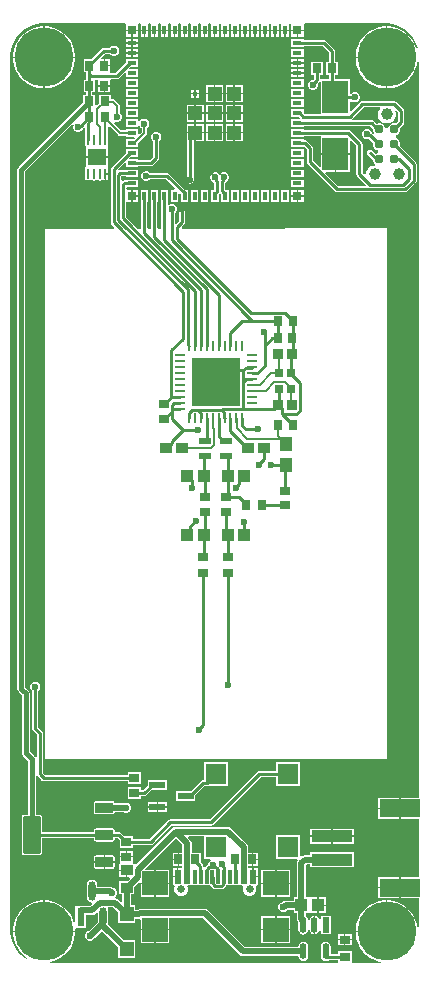
<source format=gtl>
G04*
G04 #@! TF.GenerationSoftware,Altium Limited,Altium Designer,24.3.1 (35)*
G04*
G04 Layer_Physical_Order=1*
G04 Layer_Color=255*
%FSLAX26Y26*%
%MOIN*%
G70*
G04*
G04 #@! TF.SameCoordinates,DB0C34DD-40E0-41A4-B204-7B3182439FE1*
G04*
G04*
G04 #@! TF.FilePolarity,Positive*
G04*
G01*
G75*
%ADD12C,0.010000*%
%ADD13C,0.005000*%
%ADD27R,0.137795X0.039370*%
%ADD28R,0.133858X0.059055*%
%ADD29R,0.070866X0.070866*%
%ADD30R,0.011811X0.045276*%
%ADD31R,0.023622X0.045276*%
%ADD32R,0.085827X0.078740*%
%ADD33R,0.029848X0.031974*%
%ADD34R,0.048032X0.049213*%
%ADD35R,0.031974X0.029848*%
G04:AMPARAMS|DCode=36|XSize=64.41mil|YSize=24.609mil|CornerRadius=12.304mil|HoleSize=0mil|Usage=FLASHONLY|Rotation=90.000|XOffset=0mil|YOffset=0mil|HoleType=Round|Shape=RoundedRectangle|*
%AMROUNDEDRECTD36*
21,1,0.064410,0.000000,0,0,90.0*
21,1,0.039802,0.024609,0,0,90.0*
1,1,0.024609,0.000000,0.019901*
1,1,0.024609,0.000000,-0.019901*
1,1,0.024609,0.000000,-0.019901*
1,1,0.024609,0.000000,0.019901*
%
%ADD36ROUNDEDRECTD36*%
%ADD37R,0.024609X0.064410*%
G04:AMPARAMS|DCode=38|XSize=124.016mil|YSize=57.087mil|CornerRadius=1.998mil|HoleSize=0mil|Usage=FLASHONLY|Rotation=270.000|XOffset=0mil|YOffset=0mil|HoleType=Round|Shape=RoundedRectangle|*
%AMROUNDEDRECTD38*
21,1,0.124016,0.053091,0,0,270.0*
21,1,0.120020,0.057087,0,0,270.0*
1,1,0.003996,-0.026545,-0.060010*
1,1,0.003996,-0.026545,0.060010*
1,1,0.003996,0.026545,0.060010*
1,1,0.003996,0.026545,-0.060010*
%
%ADD38ROUNDEDRECTD38*%
G04:AMPARAMS|DCode=39|XSize=35.433mil|YSize=57.087mil|CornerRadius=1.949mil|HoleSize=0mil|Usage=FLASHONLY|Rotation=270.000|XOffset=0mil|YOffset=0mil|HoleType=Round|Shape=RoundedRectangle|*
%AMROUNDEDRECTD39*
21,1,0.035433,0.053189,0,0,270.0*
21,1,0.031535,0.057087,0,0,270.0*
1,1,0.003898,-0.026594,-0.015768*
1,1,0.003898,-0.026594,0.015768*
1,1,0.003898,0.026594,0.015768*
1,1,0.003898,0.026594,-0.015768*
%
%ADD39ROUNDEDRECTD39*%
%ADD40R,0.041339X0.035433*%
G04:AMPARAMS|DCode=41|XSize=52.688mil|YSize=22.754mil|CornerRadius=11.377mil|HoleSize=0mil|Usage=FLASHONLY|Rotation=270.000|XOffset=0mil|YOffset=0mil|HoleType=Round|Shape=RoundedRectangle|*
%AMROUNDEDRECTD41*
21,1,0.052688,0.000000,0,0,270.0*
21,1,0.029934,0.022754,0,0,270.0*
1,1,0.022754,0.000000,-0.014967*
1,1,0.022754,0.000000,0.014967*
1,1,0.022754,0.000000,0.014967*
1,1,0.022754,0.000000,-0.014967*
%
%ADD41ROUNDEDRECTD41*%
%ADD42R,0.022754X0.052688*%
%ADD43R,0.035433X0.025591*%
%ADD44R,0.041339X0.043307*%
%ADD45R,0.043545X0.037725*%
%ADD46R,0.025591X0.029528*%
%ADD47R,0.033785X0.031974*%
%ADD48R,0.033465X0.029528*%
%ADD49R,0.039848X0.045498*%
%ADD50R,0.035433X0.029528*%
%ADD51R,0.031496X0.037402*%
%ADD52R,0.035433X0.027559*%
%ADD53R,0.039370X0.021654*%
%ADD54R,0.053150X0.023622*%
%ADD55R,0.029528X0.033465*%
%ADD56R,0.047244X0.047244*%
%ADD57R,0.015748X0.031496*%
%ADD58R,0.031496X0.015748*%
%ADD59R,0.031496X0.031496*%
%ADD60R,0.086614X0.110236*%
G04:AMPARAMS|DCode=61|XSize=33.9mil|YSize=9.421mil|CornerRadius=4.71mil|HoleSize=0mil|Usage=FLASHONLY|Rotation=90.000|XOffset=0mil|YOffset=0mil|HoleType=Round|Shape=RoundedRectangle|*
%AMROUNDEDRECTD61*
21,1,0.033900,0.000000,0,0,90.0*
21,1,0.024480,0.009421,0,0,90.0*
1,1,0.009421,0.000000,0.012240*
1,1,0.009421,0.000000,-0.012240*
1,1,0.009421,0.000000,-0.012240*
1,1,0.009421,0.000000,0.012240*
%
%ADD61ROUNDEDRECTD61*%
%ADD62R,0.009421X0.033900*%
%ADD63R,0.025591X0.035433*%
%ADD71R,0.161417X0.161417*%
%ADD72R,0.035433X0.011417*%
%ADD73R,0.011417X0.035433*%
%ADD81R,0.015748X0.015748*%
%ADD85R,0.062992X0.055118*%
%ADD86C,0.025591*%
%ADD90C,0.030984*%
%ADD91C,0.020000*%
%ADD92C,0.015000*%
%ADD93C,0.008000*%
%ADD94C,0.196850*%
%ADD95C,0.039016*%
%ADD96C,0.023622*%
G36*
X4274522Y4480585D02*
X4288460Y4476850D01*
X4301793Y4471327D01*
X4314289Y4464113D01*
X4325738Y4455328D01*
X4335942Y4445124D01*
X4344727Y4433676D01*
X4351941Y4421179D01*
X4357464Y4407846D01*
X4359104Y4401725D01*
X4354309Y4400305D01*
X4351580Y4408702D01*
X4344190Y4423207D01*
X4334621Y4436377D01*
X4323109Y4447888D01*
X4309939Y4457457D01*
X4295434Y4464848D01*
X4279951Y4469878D01*
X4263872Y4472425D01*
X4258232D01*
Y4369000D01*
Y4265575D01*
X4263872D01*
X4279951Y4268122D01*
X4295434Y4273152D01*
X4309939Y4280543D01*
X4323109Y4290112D01*
X4334621Y4301623D01*
X4344190Y4314793D01*
X4351580Y4329298D01*
X4356611Y4344781D01*
X4358082Y4354072D01*
X4363082Y4353679D01*
Y1900417D01*
X4303051D01*
Y1865890D01*
Y1831362D01*
X4363082D01*
Y1636638D01*
X4303051D01*
Y1602110D01*
Y1567583D01*
X4363082D01*
Y1470935D01*
X4358082Y1470542D01*
X4356611Y1479833D01*
X4351580Y1495316D01*
X4344190Y1509821D01*
X4334621Y1522991D01*
X4323109Y1534503D01*
X4309939Y1544071D01*
X4295434Y1551462D01*
X4279951Y1556493D01*
X4263872Y1559039D01*
X4258232D01*
Y1455614D01*
X4255732D01*
Y1453114D01*
X4152307D01*
Y1447475D01*
X4154854Y1431395D01*
X4159884Y1415913D01*
X4167275Y1401408D01*
X4176844Y1388237D01*
X4188355Y1376726D01*
X4201526Y1367157D01*
X4216031Y1359766D01*
X4231514Y1354736D01*
X4236679Y1353918D01*
X4236285Y1348918D01*
X4139335D01*
X4138717Y1353661D01*
X4138717Y1353918D01*
Y1389252D01*
X4093284D01*
Y1381653D01*
X4069100D01*
Y1404021D01*
X4067829Y1410411D01*
X4064209Y1415829D01*
X4058792Y1419448D01*
X4052402Y1420719D01*
X4046012Y1419448D01*
X4040594Y1415829D01*
X4036975Y1410411D01*
X4035704Y1404021D01*
Y1374088D01*
X4036975Y1367698D01*
X4040594Y1362280D01*
X4046012Y1358661D01*
X4052402Y1357390D01*
X4058792Y1358661D01*
X4062683Y1361261D01*
X4093284D01*
Y1353918D01*
X4093283Y1353661D01*
X4092665Y1348918D01*
X3133447D01*
X3133054Y1353918D01*
X3138219Y1354736D01*
X3153702Y1359766D01*
X3168207Y1367157D01*
X3181377Y1376726D01*
X3192888Y1388237D01*
X3202457Y1401408D01*
X3209848Y1415913D01*
X3214878Y1431395D01*
X3217425Y1447475D01*
Y1453114D01*
X3010575D01*
Y1447475D01*
X3013122Y1431395D01*
X3018152Y1415913D01*
X3025543Y1401408D01*
X3035112Y1388237D01*
X3046623Y1376726D01*
X3058300Y1368242D01*
X3055573Y1364043D01*
X3049978Y1367273D01*
X3038530Y1376058D01*
X3028325Y1386262D01*
X3019541Y1397710D01*
X3012326Y1410207D01*
X3006803Y1423540D01*
X3003069Y1437478D01*
X3001185Y1451784D01*
Y1459000D01*
Y4372386D01*
Y4379601D01*
X3003069Y4393908D01*
X3006803Y4407846D01*
X3012326Y4421179D01*
X3019541Y4433675D01*
X3028325Y4445124D01*
X3038530Y4455328D01*
X3049978Y4464113D01*
X3062475Y4471327D01*
X3075807Y4476850D01*
X3089745Y4480585D01*
X3104052Y4482468D01*
X3382323D01*
X3386197Y4479748D01*
X3386197Y4477468D01*
Y4461500D01*
X3427693D01*
Y4477468D01*
X3427693Y4479748D01*
X3431551Y4482458D01*
X3435409Y4479748D01*
X3435409Y4477468D01*
Y4461500D01*
X3461157D01*
Y4477468D01*
X3461157Y4479748D01*
X3465016Y4482458D01*
X3468874Y4479748D01*
X3468874Y4477468D01*
Y4461500D01*
X3494622D01*
Y4477468D01*
X3494622Y4479748D01*
X3498480Y4482458D01*
X3502338Y4479748D01*
X3502339Y4477468D01*
Y4461500D01*
X3528087D01*
Y4477468D01*
X3528087Y4479748D01*
X3531945Y4482458D01*
X3535803Y4479748D01*
X3535803Y4477468D01*
Y4461500D01*
X3561551D01*
Y4477468D01*
X3561551Y4479748D01*
X3565409Y4482458D01*
X3569268Y4479748D01*
X3569268Y4477468D01*
Y4461500D01*
X3595016D01*
Y4477468D01*
X3595016Y4479748D01*
X3598874Y4482458D01*
X3602732Y4479748D01*
X3602732Y4477468D01*
Y4461500D01*
X3628480D01*
Y4477468D01*
X3628480Y4479748D01*
X3632338Y4482458D01*
X3636197Y4479748D01*
X3636197Y4477468D01*
Y4461500D01*
X3661945D01*
Y4477468D01*
X3661945Y4479748D01*
X3665803Y4482458D01*
X3669661Y4479748D01*
X3669661Y4477468D01*
Y4461500D01*
X3695409D01*
Y4477468D01*
X3695410Y4479748D01*
X3699268Y4482458D01*
X3703126Y4479748D01*
X3703126Y4477468D01*
Y4461500D01*
X3728874D01*
Y4477468D01*
X3728874Y4479748D01*
X3732732Y4482458D01*
X3736590Y4479748D01*
X3736590Y4477468D01*
Y4461500D01*
X3762338D01*
Y4477468D01*
X3762339Y4479748D01*
X3766197Y4482458D01*
X3770055Y4479748D01*
X3770055Y4477468D01*
Y4461500D01*
X3795803D01*
Y4477468D01*
X3795803Y4479748D01*
X3799661Y4482458D01*
X3803520Y4479748D01*
X3803520Y4477468D01*
Y4461500D01*
X3829268D01*
Y4477468D01*
X3829268Y4479748D01*
X3833126Y4482458D01*
X3836984Y4479748D01*
X3836984Y4477468D01*
Y4461500D01*
X3862732D01*
Y4477468D01*
X3862732Y4479748D01*
X3866590Y4482458D01*
X3870449Y4479748D01*
X3870449Y4477468D01*
Y4461500D01*
X3896197D01*
Y4477468D01*
X3896197Y4479748D01*
X3900055Y4482458D01*
X3903913Y4479748D01*
X3903913Y4477468D01*
Y4461500D01*
X3929661D01*
Y4477468D01*
X3929662Y4479748D01*
X3933520Y4482458D01*
X3937378Y4479748D01*
X3937378Y4477468D01*
Y4461500D01*
X3978874D01*
Y4477468D01*
X3978874Y4479748D01*
X3982747Y4482468D01*
X4260215D01*
X4274522Y4480585D01*
D02*
G37*
%LPC*%
G36*
X3978874Y4456500D02*
X3960626D01*
Y4438252D01*
X3978874D01*
Y4456500D01*
D02*
G37*
G36*
X3955626D02*
X3937378D01*
Y4438252D01*
X3955626D01*
Y4456500D01*
D02*
G37*
G36*
X3929661D02*
X3919287D01*
Y4438252D01*
X3929661D01*
Y4456500D01*
D02*
G37*
G36*
X3914287D02*
X3903913D01*
Y4438252D01*
X3914287D01*
Y4456500D01*
D02*
G37*
G36*
X3896197D02*
X3885823D01*
Y4438252D01*
X3896197D01*
Y4456500D01*
D02*
G37*
G36*
X3880823D02*
X3870449D01*
Y4438252D01*
X3880823D01*
Y4456500D01*
D02*
G37*
G36*
X3862732D02*
X3852358D01*
Y4438252D01*
X3862732D01*
Y4456500D01*
D02*
G37*
G36*
X3847358D02*
X3836984D01*
Y4438252D01*
X3847358D01*
Y4456500D01*
D02*
G37*
G36*
X3829268D02*
X3818894D01*
Y4438252D01*
X3829268D01*
Y4456500D01*
D02*
G37*
G36*
X3813894D02*
X3803520D01*
Y4438252D01*
X3813894D01*
Y4456500D01*
D02*
G37*
G36*
X3795803D02*
X3785429D01*
Y4438252D01*
X3795803D01*
Y4456500D01*
D02*
G37*
G36*
X3780429D02*
X3770055D01*
Y4438252D01*
X3780429D01*
Y4456500D01*
D02*
G37*
G36*
X3762338D02*
X3751965D01*
Y4438252D01*
X3762338D01*
Y4456500D01*
D02*
G37*
G36*
X3746965D02*
X3736590D01*
Y4438252D01*
X3746965D01*
Y4456500D01*
D02*
G37*
G36*
X3728874D02*
X3718500D01*
Y4438252D01*
X3728874D01*
Y4456500D01*
D02*
G37*
G36*
X3713500D02*
X3703126D01*
Y4438252D01*
X3713500D01*
Y4456500D01*
D02*
G37*
G36*
X3695409D02*
X3685035D01*
Y4438252D01*
X3695409D01*
Y4456500D01*
D02*
G37*
G36*
X3680035D02*
X3669661D01*
Y4438252D01*
X3680035D01*
Y4456500D01*
D02*
G37*
G36*
X3661945D02*
X3651571D01*
Y4438252D01*
X3661945D01*
Y4456500D01*
D02*
G37*
G36*
X3646571D02*
X3636197D01*
Y4438252D01*
X3646571D01*
Y4456500D01*
D02*
G37*
G36*
X3628480D02*
X3618106D01*
Y4438252D01*
X3628480D01*
Y4456500D01*
D02*
G37*
G36*
X3613106D02*
X3602732D01*
Y4438252D01*
X3613106D01*
Y4456500D01*
D02*
G37*
G36*
X3595016D02*
X3584642D01*
Y4438252D01*
X3595016D01*
Y4456500D01*
D02*
G37*
G36*
X3579642D02*
X3569268D01*
Y4438252D01*
X3579642D01*
Y4456500D01*
D02*
G37*
G36*
X3561551D02*
X3551177D01*
Y4438252D01*
X3561551D01*
Y4456500D01*
D02*
G37*
G36*
X3546177D02*
X3535803D01*
Y4438252D01*
X3546177D01*
Y4456500D01*
D02*
G37*
G36*
X3528087D02*
X3517713D01*
Y4438252D01*
X3528087D01*
Y4456500D01*
D02*
G37*
G36*
X3512713D02*
X3502339D01*
Y4438252D01*
X3512713D01*
Y4456500D01*
D02*
G37*
G36*
X3494622D02*
X3484248D01*
Y4438252D01*
X3494622D01*
Y4456500D01*
D02*
G37*
G36*
X3479248D02*
X3468874D01*
Y4438252D01*
X3479248D01*
Y4456500D01*
D02*
G37*
G36*
X3461157D02*
X3450783D01*
Y4438252D01*
X3461157D01*
Y4456500D01*
D02*
G37*
G36*
X3445783D02*
X3435409D01*
Y4438252D01*
X3445783D01*
Y4456500D01*
D02*
G37*
G36*
X3427693D02*
X3409445D01*
Y4438252D01*
X3427693D01*
Y4456500D01*
D02*
G37*
G36*
X3404445D02*
X3386197D01*
Y4438252D01*
X3404445D01*
Y4456500D01*
D02*
G37*
G36*
X3427693Y4430535D02*
X3409445D01*
Y4420161D01*
X3427693D01*
Y4430535D01*
D02*
G37*
G36*
X3404445D02*
X3386197D01*
Y4420161D01*
X3404445D01*
Y4430535D01*
D02*
G37*
G36*
X3427693Y4415161D02*
X3409445D01*
Y4404787D01*
X3427693D01*
Y4415161D01*
D02*
G37*
G36*
X3404445D02*
X3386197D01*
Y4404787D01*
X3404445D01*
Y4415161D01*
D02*
G37*
G36*
X3427693Y4397071D02*
X3409445D01*
Y4386697D01*
X3427693D01*
Y4397071D01*
D02*
G37*
G36*
X3404445D02*
X3386197D01*
Y4386697D01*
X3404445D01*
Y4397071D01*
D02*
G37*
G36*
X3351344Y4408811D02*
X3344656D01*
X3338477Y4406252D01*
X3334422Y4402196D01*
X3314252D01*
X3310351Y4401420D01*
X3307043Y4399210D01*
X3270820Y4362987D01*
X3245391D01*
Y4321013D01*
X3253804D01*
Y4313858D01*
X3254166Y4312036D01*
Y4294987D01*
X3245391D01*
Y4253013D01*
X3254166D01*
Y4244732D01*
X3244646D01*
Y4219292D01*
X3028988Y4003634D01*
X3026225Y3999499D01*
X3025255Y3994622D01*
Y2264000D01*
X3026225Y2259123D01*
X3028988Y2254988D01*
X3040255Y2243721D01*
Y2050722D01*
X3041225Y2045845D01*
X3043988Y2041710D01*
X3060192Y2025506D01*
Y1845145D01*
X3046392D01*
X3043661Y1844602D01*
X3041346Y1843055D01*
X3039800Y1840740D01*
X3039257Y1838010D01*
Y1717990D01*
X3039800Y1715260D01*
X3041346Y1712945D01*
X3043661Y1711398D01*
X3046392Y1710855D01*
X3099482D01*
X3102213Y1711398D01*
X3104528Y1712945D01*
X3106074Y1715260D01*
X3106617Y1717990D01*
Y1767804D01*
X3281384D01*
Y1762232D01*
X3281923Y1759521D01*
X3283459Y1757223D01*
X3285757Y1755687D01*
X3288468Y1755147D01*
X3341657D01*
X3344369Y1755687D01*
X3346667Y1757223D01*
X3348203Y1759521D01*
X3348742Y1762232D01*
Y1767804D01*
X3359399D01*
X3367013Y1760190D01*
Y1734761D01*
X3408987D01*
Y1744489D01*
X3469836D01*
X3473738Y1745265D01*
X3477046Y1747475D01*
X3538374Y1808804D01*
X3670783D01*
X3674685Y1809580D01*
X3677993Y1811790D01*
X3836070Y1969867D01*
X3887630D01*
Y1939630D01*
X3968496D01*
Y2020496D01*
X3887630D01*
Y1990259D01*
X3831846D01*
X3827945Y1989483D01*
X3824637Y1987273D01*
X3666560Y1829196D01*
X3534151D01*
X3530249Y1828420D01*
X3526941Y1826210D01*
X3465613Y1764881D01*
X3408987D01*
Y1774609D01*
X3381432D01*
X3370832Y1785210D01*
X3367524Y1787420D01*
X3363622Y1788196D01*
X3348742D01*
Y1793768D01*
X3348203Y1796479D01*
X3346667Y1798777D01*
X3344369Y1800313D01*
X3341657Y1800853D01*
X3288468D01*
X3285757Y1800313D01*
X3283459Y1798777D01*
X3281923Y1796479D01*
X3281384Y1793768D01*
Y1788196D01*
X3106617D01*
Y1838010D01*
X3106074Y1840740D01*
X3104528Y1843055D01*
X3102213Y1844602D01*
X3099482Y1845145D01*
X3085682D01*
Y1975114D01*
X3090272Y1976036D01*
X3090682Y1975946D01*
X3092790Y1972790D01*
X3105200Y1960381D01*
X3108508Y1958171D01*
X3112409Y1957395D01*
X3393268D01*
Y1947827D01*
X3436732D01*
Y1987354D01*
X3393268D01*
Y1977786D01*
X3116633D01*
X3110196Y1984223D01*
Y2116657D01*
X3109420Y2120559D01*
X3107210Y2123867D01*
X3095196Y2135880D01*
Y2258422D01*
X3099252Y2262477D01*
X3101811Y2268656D01*
Y2275344D01*
X3099252Y2281523D01*
X3094523Y2286252D01*
X3088344Y2288811D01*
X3081656D01*
X3075477Y2286252D01*
X3070748Y2281523D01*
X3068189Y2275344D01*
Y2268656D01*
X3070748Y2262477D01*
X3074804Y2258422D01*
Y2131657D01*
X3075580Y2127755D01*
X3077790Y2124447D01*
X3089804Y2112434D01*
Y2035691D01*
X3084804Y2035199D01*
X3084712Y2035663D01*
X3081949Y2039797D01*
X3065745Y2056002D01*
Y2249000D01*
X3064775Y2253877D01*
X3062012Y2258012D01*
X3050745Y2269279D01*
Y3989343D01*
X3207920Y4146518D01*
X3212159Y4143686D01*
X3211189Y4141344D01*
Y4134656D01*
X3213748Y4128477D01*
X3218477Y4123748D01*
X3224656Y4121189D01*
X3231344D01*
X3237523Y4123748D01*
X3242252Y4128477D01*
X3244811Y4134656D01*
X3246707Y4134420D01*
X3249566Y4133236D01*
Y4094580D01*
X3249277Y4093123D01*
X3249572Y4091638D01*
Y4080883D01*
X3250326Y4077095D01*
X3252125Y4074402D01*
X3252501Y4069594D01*
X3252504Y4069192D01*
X3252504Y4067848D01*
Y4039500D01*
X3289000D01*
X3325496D01*
Y4067848D01*
X3325496Y4069192D01*
X3325499Y4069594D01*
X3325875Y4074402D01*
X3327675Y4077095D01*
X3328428Y4080883D01*
Y4105363D01*
X3327704Y4109004D01*
Y4137408D01*
X3332323Y4139322D01*
X3361653Y4109992D01*
X3364630Y4108002D01*
X3368142Y4107304D01*
X3386197D01*
Y4103606D01*
X3414950D01*
X3416933Y4099034D01*
X3414377Y4095890D01*
X3386197D01*
Y4070142D01*
X3427693D01*
Y4082912D01*
X3454489Y4109708D01*
X3456478Y4112685D01*
X3457176Y4116197D01*
Y4133605D01*
X3457523Y4133748D01*
X3462252Y4138477D01*
X3464811Y4144656D01*
Y4151344D01*
X3462252Y4157523D01*
X3457523Y4162252D01*
X3451344Y4164811D01*
X3444656D01*
X3438477Y4162252D01*
X3433748Y4157523D01*
X3432693Y4154974D01*
X3427693Y4155969D01*
Y4162819D01*
X3386197D01*
Y4137071D01*
X3427693D01*
Y4140031D01*
X3432693Y4141026D01*
X3433748Y4138477D01*
X3438477Y4133748D01*
X3438824Y4133605D01*
Y4119998D01*
X3432312Y4113486D01*
X3427693Y4115400D01*
Y4129354D01*
X3386197D01*
Y4125657D01*
X3371943D01*
X3347111Y4150488D01*
X3349944Y4154727D01*
X3353656Y4153189D01*
X3360344D01*
X3366523Y4155748D01*
X3371252Y4160477D01*
X3373811Y4166656D01*
Y4173344D01*
X3371252Y4179523D01*
X3366523Y4184252D01*
X3366176Y4184395D01*
Y4208000D01*
X3365478Y4211512D01*
X3363489Y4214489D01*
X3350457Y4227520D01*
X3347480Y4229509D01*
X3343968Y4230208D01*
X3335354D01*
Y4244732D01*
X3295827D01*
Y4216213D01*
X3288793Y4209179D01*
X3284173Y4211093D01*
Y4244732D01*
X3274558D01*
Y4253013D01*
X3285239D01*
Y4294987D01*
X3289072Y4297804D01*
X3290928D01*
X3294761Y4294987D01*
X3294761Y4292804D01*
Y4276500D01*
X3334609D01*
Y4292804D01*
X3334609Y4294987D01*
X3338442Y4297804D01*
X3356338D01*
X3360240Y4298580D01*
X3363548Y4300790D01*
X3381577Y4318820D01*
X3386197Y4316906D01*
Y4304394D01*
X3427693D01*
Y4330142D01*
X3400382D01*
X3398399Y4334714D01*
X3400955Y4337858D01*
X3427693D01*
Y4363606D01*
X3386197D01*
Y4352278D01*
X3352115Y4318196D01*
X3338442D01*
X3334609Y4321013D01*
Y4339500D01*
X3314685D01*
Y4342000D01*
X3312185D01*
Y4362987D01*
X3306191D01*
X3304278Y4367606D01*
X3318476Y4381804D01*
X3334422D01*
X3338477Y4377748D01*
X3344656Y4375189D01*
X3351344D01*
X3357523Y4377748D01*
X3362252Y4382477D01*
X3364811Y4388656D01*
Y4395344D01*
X3362252Y4401523D01*
X3357523Y4406252D01*
X3351344Y4408811D01*
D02*
G37*
G36*
X4253232Y4472425D02*
X4247593D01*
X4231514Y4469878D01*
X4216031Y4464848D01*
X4201526Y4457457D01*
X4188355Y4447888D01*
X4176844Y4436377D01*
X4167275Y4423207D01*
X4159884Y4408702D01*
X4154854Y4393219D01*
X4152307Y4377140D01*
Y4371500D01*
X4253232D01*
Y4472425D01*
D02*
G37*
G36*
X3122140D02*
X3116500D01*
Y4371500D01*
X3217425D01*
Y4377140D01*
X3214878Y4393219D01*
X3209848Y4408702D01*
X3202457Y4423207D01*
X3192888Y4436377D01*
X3181377Y4447888D01*
X3168207Y4457457D01*
X3153702Y4464848D01*
X3138219Y4469878D01*
X3122140Y4472425D01*
D02*
G37*
G36*
X3111500D02*
X3105860D01*
X3089781Y4469878D01*
X3074298Y4464848D01*
X3059793Y4457457D01*
X3046623Y4447888D01*
X3035112Y4436377D01*
X3025543Y4423207D01*
X3018152Y4408702D01*
X3013122Y4393219D01*
X3010575Y4377140D01*
Y4371500D01*
X3111500D01*
Y4472425D01*
D02*
G37*
G36*
X3978874Y4397071D02*
X3937378D01*
Y4371323D01*
X3978874D01*
Y4397071D01*
D02*
G37*
G36*
X3427693Y4381697D02*
X3409445D01*
Y4371323D01*
X3427693D01*
Y4381697D01*
D02*
G37*
G36*
X3404445D02*
X3386197D01*
Y4371323D01*
X3404445D01*
Y4381697D01*
D02*
G37*
G36*
X3978874Y4363606D02*
X3960626D01*
Y4353232D01*
X3978874D01*
Y4363606D01*
D02*
G37*
G36*
X3955626D02*
X3937378D01*
Y4353232D01*
X3955626D01*
Y4363606D01*
D02*
G37*
G36*
X3334609Y4362987D02*
X3317185D01*
Y4344500D01*
X3334609D01*
Y4362987D01*
D02*
G37*
G36*
X3978874Y4348232D02*
X3960626D01*
Y4337858D01*
X3978874D01*
Y4348232D01*
D02*
G37*
G36*
X3955626D02*
X3937378D01*
Y4337858D01*
X3955626D01*
Y4348232D01*
D02*
G37*
G36*
X3978874Y4330142D02*
X3960626D01*
Y4319768D01*
X3978874D01*
Y4330142D01*
D02*
G37*
G36*
X3955626D02*
X3937378D01*
Y4319768D01*
X3955626D01*
Y4330142D01*
D02*
G37*
G36*
X3978874Y4314768D02*
X3960626D01*
Y4304394D01*
X3978874D01*
Y4314768D01*
D02*
G37*
G36*
X3955626D02*
X3937378D01*
Y4304394D01*
X3955626D01*
Y4314768D01*
D02*
G37*
G36*
X3978874Y4430535D02*
X3937378D01*
Y4404787D01*
X3978874D01*
Y4407466D01*
X4043115D01*
X4064395Y4386186D01*
Y4354732D01*
X4054827D01*
Y4311268D01*
X4064395D01*
Y4296606D01*
X4038606D01*
X4036693Y4296606D01*
X4033605Y4300328D01*
Y4311268D01*
X4043173D01*
Y4354732D01*
X4003646D01*
Y4311268D01*
X4013214D01*
Y4298319D01*
X4008706Y4293811D01*
X4006656D01*
X4000477Y4291252D01*
X3995748Y4286523D01*
X3993189Y4280344D01*
Y4273656D01*
X3995748Y4267477D01*
X4000477Y4262748D01*
X4006656Y4260189D01*
X4013344D01*
X4019523Y4262748D01*
X4024252Y4267477D01*
X4026811Y4273656D01*
Y4280344D01*
X4026010Y4282277D01*
X4030619Y4286886D01*
X4031693Y4288493D01*
X4036693Y4286976D01*
Y4181566D01*
X3982263D01*
X3978874Y4184955D01*
Y4196283D01*
X3937378D01*
Y4170535D01*
X3963355D01*
X3965682Y4167578D01*
X3963572Y4162819D01*
X3937378D01*
Y4137071D01*
X3978874D01*
Y4139749D01*
X4201832D01*
X4210508Y4131073D01*
Y4124924D01*
X4213628Y4117392D01*
X4209759Y4114660D01*
X4206816Y4117603D01*
X4206088Y4118090D01*
X4204252Y4122523D01*
X4199523Y4127252D01*
X4193344Y4129811D01*
X4186656D01*
X4180477Y4127252D01*
X4175748Y4122523D01*
X4173189Y4116344D01*
Y4109656D01*
X4175748Y4103477D01*
X4180477Y4098748D01*
X4186656Y4096189D01*
X4193344D01*
X4197620Y4097960D01*
X4211093Y4084488D01*
X4210508Y4083076D01*
Y4074924D01*
X4213628Y4067392D01*
X4219392Y4061628D01*
X4225557Y4059074D01*
Y4048926D01*
X4219855Y4046564D01*
X4207210Y4059210D01*
X4203902Y4061420D01*
X4200000Y4062196D01*
X4196098Y4061420D01*
X4192790Y4059210D01*
X4190580Y4055902D01*
X4189804Y4052000D01*
X4190580Y4048098D01*
X4192790Y4044790D01*
X4208936Y4028645D01*
X4210508Y4027595D01*
Y4024924D01*
X4213628Y4017392D01*
X4217669Y4013350D01*
X4215598Y4008350D01*
X4212136D01*
X4204671Y4006350D01*
X4197979Y4002486D01*
X4192514Y3997021D01*
X4188650Y3990329D01*
X4186650Y3982864D01*
Y3981262D01*
X4181650Y3979191D01*
X4175381Y3985460D01*
Y4079894D01*
X4174605Y4083796D01*
X4172395Y4087103D01*
X4135808Y4123690D01*
X4132501Y4125900D01*
X4128599Y4126676D01*
X3978874D01*
Y4129354D01*
X3937378D01*
Y4103606D01*
X3978874D01*
Y4106284D01*
X4036693D01*
Y4050012D01*
X4085000D01*
X4133307D01*
Y4090820D01*
X4137926Y4092733D01*
X4154989Y4075671D01*
Y3981236D01*
X4155766Y3977335D01*
X4157976Y3974027D01*
X4187538Y3944465D01*
X4185624Y3939845D01*
X4094518D01*
X4051589Y3982774D01*
X4053503Y3987394D01*
X4082500D01*
Y4045012D01*
X4036693D01*
Y4004204D01*
X4032073Y4002290D01*
X4010196Y4024168D01*
Y4067000D01*
X4009420Y4070902D01*
X4007210Y4074210D01*
X3991194Y4090225D01*
X3987886Y4092436D01*
X3983984Y4093212D01*
X3978874D01*
Y4095890D01*
X3937378D01*
Y4070142D01*
X3978874D01*
Y4070142D01*
X3983454Y4069127D01*
X3989804Y4062777D01*
Y4019945D01*
X3990580Y4016043D01*
X3992790Y4012735D01*
X4083085Y3922440D01*
X4086393Y3920230D01*
X4090295Y3919454D01*
X4316442D01*
X4320343Y3920230D01*
X4323651Y3922440D01*
X4352560Y3951349D01*
X4354770Y3954657D01*
X4355546Y3958558D01*
Y4014650D01*
X4354770Y4018551D01*
X4352560Y4021859D01*
X4300907Y4073512D01*
X4301492Y4074924D01*
Y4083076D01*
X4298372Y4090608D01*
X4292608Y4096372D01*
X4286412Y4098939D01*
Y4109061D01*
X4292608Y4111628D01*
X4298372Y4117392D01*
X4301492Y4124924D01*
Y4133076D01*
X4300907Y4134488D01*
X4312210Y4145790D01*
X4314420Y4149098D01*
X4315196Y4153000D01*
Y4190000D01*
X4314420Y4193902D01*
X4312210Y4197210D01*
X4288210Y4221210D01*
X4284902Y4223420D01*
X4281000Y4224196D01*
X4175079D01*
X4171177Y4223420D01*
X4167869Y4221210D01*
X4137926Y4191267D01*
X4133307Y4193180D01*
Y4223667D01*
X4138307Y4224919D01*
X4141477Y4221748D01*
X4147656Y4219189D01*
X4154344D01*
X4160523Y4221748D01*
X4165252Y4226477D01*
X4167811Y4232656D01*
Y4239344D01*
X4165252Y4245523D01*
X4160523Y4250252D01*
X4154344Y4252811D01*
X4147656D01*
X4141477Y4250252D01*
X4138307Y4247081D01*
X4133307Y4248333D01*
Y4296606D01*
X4084787D01*
Y4311268D01*
X4094354D01*
Y4354732D01*
X4084787D01*
Y4390409D01*
X4084010Y4394311D01*
X4081800Y4397619D01*
X4054548Y4424871D01*
X4051240Y4427081D01*
X4047339Y4427857D01*
X3978874D01*
Y4430535D01*
D02*
G37*
G36*
Y4296677D02*
X3937378D01*
Y4270929D01*
X3978874D01*
Y4296677D01*
D02*
G37*
G36*
X3427693D02*
X3386197D01*
Y4270929D01*
X3427693D01*
Y4296677D01*
D02*
G37*
G36*
X4253232Y4366500D02*
X4152307D01*
Y4360860D01*
X4154854Y4344781D01*
X4159884Y4329298D01*
X4167275Y4314793D01*
X4176844Y4301623D01*
X4188355Y4290112D01*
X4201526Y4280543D01*
X4216031Y4273152D01*
X4231514Y4268122D01*
X4247593Y4265575D01*
X4253232D01*
Y4366500D01*
D02*
G37*
G36*
X3217425D02*
X3116500D01*
Y4265575D01*
X3122140D01*
X3138219Y4268122D01*
X3153702Y4273152D01*
X3168207Y4280543D01*
X3181377Y4290112D01*
X3192888Y4301623D01*
X3202457Y4314793D01*
X3209848Y4329298D01*
X3214878Y4344781D01*
X3217425Y4360860D01*
Y4366500D01*
D02*
G37*
G36*
X3111500D02*
X3010575D01*
Y4360860D01*
X3013122Y4344781D01*
X3018152Y4329298D01*
X3025543Y4314793D01*
X3035112Y4301623D01*
X3046623Y4290112D01*
X3059793Y4280543D01*
X3074298Y4273152D01*
X3089781Y4268122D01*
X3105860Y4265575D01*
X3111500D01*
Y4366500D01*
D02*
G37*
G36*
X3334609Y4271500D02*
X3317185D01*
Y4253013D01*
X3334609D01*
Y4271500D01*
D02*
G37*
G36*
X3312185D02*
X3294761D01*
Y4253013D01*
X3312185D01*
Y4271500D01*
D02*
G37*
G36*
X3776118Y4276992D02*
X3749996D01*
Y4250870D01*
X3776118D01*
Y4276992D01*
D02*
G37*
G36*
X3744996D02*
X3718874D01*
Y4250870D01*
X3744996D01*
Y4276992D01*
D02*
G37*
G36*
X3711157D02*
X3685035D01*
Y4250870D01*
X3711157D01*
Y4276992D01*
D02*
G37*
G36*
X3680035D02*
X3653913D01*
Y4250870D01*
X3680035D01*
Y4276992D01*
D02*
G37*
G36*
X3630449Y4261244D02*
X3620075D01*
Y4250870D01*
X3630449D01*
Y4261244D01*
D02*
G37*
G36*
X3615075D02*
X3604701D01*
Y4250870D01*
X3615075D01*
Y4261244D01*
D02*
G37*
G36*
X3978874Y4263212D02*
X3937378D01*
Y4237465D01*
X3978874D01*
Y4263212D01*
D02*
G37*
G36*
X3427693D02*
X3386197D01*
Y4237465D01*
X3427693D01*
Y4263212D01*
D02*
G37*
G36*
X3630449Y4245870D02*
X3620075D01*
Y4235496D01*
X3630449D01*
Y4245870D01*
D02*
G37*
G36*
X3615075D02*
X3604701D01*
Y4235496D01*
X3615075D01*
Y4245870D01*
D02*
G37*
G36*
X3776118D02*
X3749996D01*
Y4219748D01*
X3776118D01*
Y4245870D01*
D02*
G37*
G36*
X3744996D02*
X3718874D01*
Y4219748D01*
X3744996D01*
Y4245870D01*
D02*
G37*
G36*
X3711157D02*
X3685035D01*
Y4219748D01*
X3711157D01*
Y4245870D01*
D02*
G37*
G36*
X3680035D02*
X3653913D01*
Y4219748D01*
X3680035D01*
Y4245870D01*
D02*
G37*
G36*
X3978874Y4229748D02*
X3937378D01*
Y4204000D01*
X3978874D01*
Y4229748D01*
D02*
G37*
G36*
X3427693D02*
X3386197D01*
Y4204000D01*
X3427693D01*
Y4229748D01*
D02*
G37*
G36*
X3776118Y4212031D02*
X3749996D01*
Y4185909D01*
X3776118D01*
Y4212031D01*
D02*
G37*
G36*
X3744996D02*
X3718874D01*
Y4185909D01*
X3744996D01*
Y4212031D01*
D02*
G37*
G36*
X3711157D02*
X3685035D01*
Y4185909D01*
X3711157D01*
Y4212031D01*
D02*
G37*
G36*
X3680035D02*
X3653913D01*
Y4185909D01*
X3680035D01*
Y4212031D01*
D02*
G37*
G36*
X3646197D02*
X3620075D01*
Y4185909D01*
X3646197D01*
Y4212031D01*
D02*
G37*
G36*
X3615075D02*
X3588953D01*
Y4185909D01*
X3615075D01*
Y4212031D01*
D02*
G37*
G36*
X3427693Y4196283D02*
X3386197D01*
Y4170535D01*
X3427693D01*
Y4196283D01*
D02*
G37*
G36*
X3776118Y4180909D02*
X3749996D01*
Y4154787D01*
X3776118D01*
Y4180909D01*
D02*
G37*
G36*
X3744996D02*
X3718874D01*
Y4154787D01*
X3744996D01*
Y4180909D01*
D02*
G37*
G36*
X3711157D02*
X3685035D01*
Y4154787D01*
X3711157D01*
Y4180909D01*
D02*
G37*
G36*
X3680035D02*
X3653913D01*
Y4154787D01*
X3680035D01*
Y4180909D01*
D02*
G37*
G36*
X3646197D02*
X3620075D01*
Y4154787D01*
X3646197D01*
Y4180909D01*
D02*
G37*
G36*
X3615075D02*
X3588953D01*
Y4154787D01*
X3615075D01*
Y4180909D01*
D02*
G37*
G36*
X3776118Y4147071D02*
X3749996D01*
Y4120949D01*
X3776118D01*
Y4147071D01*
D02*
G37*
G36*
X3744996D02*
X3718874D01*
Y4120949D01*
X3744996D01*
Y4147071D01*
D02*
G37*
G36*
X3711157D02*
X3685035D01*
Y4120949D01*
X3711157D01*
Y4147071D01*
D02*
G37*
G36*
X3680035D02*
X3653913D01*
Y4120949D01*
X3680035D01*
Y4147071D01*
D02*
G37*
G36*
X3646197D02*
X3620075D01*
Y4120949D01*
X3646197D01*
Y4147071D01*
D02*
G37*
G36*
X3615075D02*
X3588953D01*
Y4120949D01*
X3615075D01*
Y4147071D01*
D02*
G37*
G36*
X3776118Y4115949D02*
X3749996D01*
Y4089827D01*
X3776118D01*
Y4115949D01*
D02*
G37*
G36*
X3744996D02*
X3718874D01*
Y4089827D01*
X3744996D01*
Y4115949D01*
D02*
G37*
G36*
X3711157D02*
X3685035D01*
Y4089827D01*
X3711157D01*
Y4115949D01*
D02*
G37*
G36*
X3680035D02*
X3653913D01*
Y4089827D01*
X3680035D01*
Y4115949D01*
D02*
G37*
G36*
X3646197D02*
X3620075D01*
Y4089827D01*
X3646197D01*
Y4115949D01*
D02*
G37*
G36*
X3978874Y4062425D02*
X3937378D01*
Y4036677D01*
X3978874D01*
Y4062425D01*
D02*
G37*
G36*
X3491344Y4120811D02*
X3484656D01*
X3478477Y4118252D01*
X3473748Y4113523D01*
X3471189Y4107344D01*
Y4100656D01*
X3473748Y4094477D01*
X3477804Y4090422D01*
Y4037223D01*
X3466863Y4026282D01*
X3427693D01*
Y4028961D01*
X3400382D01*
X3398399Y4033532D01*
X3400955Y4036677D01*
X3427693D01*
Y4062425D01*
X3386197D01*
Y4051096D01*
X3338790Y4003690D01*
X3336580Y4000382D01*
X3335804Y3996480D01*
Y3819000D01*
X3336580Y3815098D01*
X3338790Y3811790D01*
X3347866Y3802715D01*
X3345954Y3798095D01*
X3116213Y3797893D01*
Y2028893D01*
X4256213D01*
X4257000Y2049106D01*
Y3798893D01*
X3574128Y3798295D01*
X3572055Y3803293D01*
X3581210Y3812447D01*
X3583420Y3815755D01*
X3584196Y3819657D01*
Y3864000D01*
X3583420Y3867902D01*
X3581210Y3871210D01*
X3577902Y3873420D01*
X3574000Y3874196D01*
X3570098Y3873420D01*
X3566790Y3871210D01*
X3564580Y3867902D01*
X3563804Y3864000D01*
Y3823880D01*
X3554196Y3814272D01*
X3549196Y3816343D01*
Y3848199D01*
X3550523Y3848748D01*
X3555252Y3853477D01*
X3557811Y3859656D01*
Y3866344D01*
X3555252Y3872523D01*
X3550523Y3877252D01*
X3544344Y3879811D01*
X3537656D01*
X3531477Y3877252D01*
X3530409Y3876183D01*
X3525409Y3878254D01*
Y3887071D01*
X3528087D01*
Y3928567D01*
X3502339D01*
Y3887071D01*
X3505017D01*
Y3798234D01*
X3495481Y3798226D01*
X3491944Y3801760D01*
Y3887071D01*
X3494622D01*
Y3928567D01*
X3468874D01*
Y3887071D01*
X3471552D01*
Y3798205D01*
X3462016Y3798197D01*
X3458479Y3801731D01*
Y3887071D01*
X3461157D01*
Y3928567D01*
X3435409D01*
Y3887071D01*
X3438088D01*
Y3798176D01*
X3425468Y3798164D01*
X3386196Y3837436D01*
Y3882071D01*
X3386197Y3887071D01*
X3391196Y3887071D01*
X3404445D01*
Y3907819D01*
Y3928567D01*
X3389397Y3928567D01*
X3387204Y3932425D01*
X3389397Y3936283D01*
X3427693D01*
Y3962031D01*
X3386197D01*
Y3959353D01*
X3381858D01*
X3377956Y3958577D01*
X3376196Y3957401D01*
X3371196Y3959515D01*
Y3972426D01*
X3386197D01*
Y3969748D01*
X3427693D01*
Y3995496D01*
X3386197D01*
Y3992818D01*
X3366858D01*
X3362956Y3992042D01*
X3360057Y3996118D01*
X3381577Y4017639D01*
X3386197Y4015725D01*
Y4003213D01*
X3427693D01*
Y4005891D01*
X3471087D01*
X3474988Y4006667D01*
X3478296Y4008877D01*
X3495210Y4025790D01*
X3497420Y4029098D01*
X3498196Y4033000D01*
Y4090422D01*
X3502252Y4094477D01*
X3504811Y4100656D01*
Y4107344D01*
X3502252Y4113523D01*
X3497523Y4118252D01*
X3491344Y4120811D01*
D02*
G37*
G36*
X3978874Y4028961D02*
X3937378D01*
Y4003213D01*
X3978874D01*
Y4028961D01*
D02*
G37*
G36*
X4133307Y4045012D02*
X4087500D01*
Y3987394D01*
X4133307D01*
Y4045012D01*
D02*
G37*
G36*
X3716923Y3985811D02*
X3710235D01*
X3704056Y3983252D01*
X3702534Y3981730D01*
X3699268Y3978580D01*
X3696001Y3981730D01*
X3694479Y3983252D01*
X3688301Y3985811D01*
X3681613D01*
X3675434Y3983252D01*
X3670705Y3978523D01*
X3668146Y3972344D01*
Y3965656D01*
X3670705Y3959477D01*
X3675434Y3954748D01*
X3681572Y3952206D01*
Y3928648D01*
X3681490Y3928567D01*
X3669661D01*
Y3887071D01*
X3695409D01*
Y3913647D01*
X3695880Y3914117D01*
X3699268Y3916971D01*
X3702656Y3914117D01*
X3703126Y3913647D01*
Y3887071D01*
X3728874D01*
Y3928567D01*
X3717045D01*
X3716964Y3928648D01*
Y3952206D01*
X3723101Y3954748D01*
X3727830Y3959477D01*
X3730390Y3965656D01*
Y3972344D01*
X3727830Y3978523D01*
X3723101Y3983252D01*
X3716923Y3985811D01*
D02*
G37*
G36*
X3978874Y3995496D02*
X3937378D01*
Y3969748D01*
X3978874D01*
Y3995496D01*
D02*
G37*
G36*
X3328428Y3978377D02*
X3321028D01*
Y3959234D01*
X3322316Y3959490D01*
X3325528Y3961636D01*
X3327675Y3964848D01*
X3328428Y3968637D01*
Y3978377D01*
D02*
G37*
G36*
X3325496Y4034500D02*
X3289000D01*
X3252504D01*
X3252504Y4006691D01*
X3249762Y4002827D01*
X3249762Y4000577D01*
Y3958927D01*
X3269183Y3958927D01*
X3274183Y3960282D01*
X3275369Y3959490D01*
X3279157Y3958736D01*
X3282946Y3959490D01*
X3286158Y3961636D01*
X3291842D01*
X3295054Y3959490D01*
X3298843Y3958736D01*
X3302631Y3959490D01*
X3305843Y3961636D01*
X3311527D01*
X3314739Y3959490D01*
X3316028Y3959234D01*
Y3980877D01*
X3318528D01*
Y3983377D01*
X3328428D01*
Y3993117D01*
X3327675Y3996905D01*
X3325875Y3999598D01*
X3325499Y4004406D01*
X3325496Y4004808D01*
X3325496Y4006152D01*
Y4034500D01*
D02*
G37*
G36*
X3615075Y4115949D02*
X3588953D01*
Y4089827D01*
X3591804D01*
Y3959000D01*
X3592580Y3955098D01*
X3594790Y3951790D01*
X3598098Y3949580D01*
X3602000Y3948804D01*
X3605902Y3949580D01*
X3609210Y3951790D01*
X3611420Y3955098D01*
X3612196Y3959000D01*
Y4089827D01*
X3615075D01*
Y4115949D01*
D02*
G37*
G36*
X3978874Y3962031D02*
X3937378D01*
Y3936283D01*
X3978874D01*
Y3962031D01*
D02*
G37*
G36*
Y3928567D02*
X3960626D01*
Y3910319D01*
X3978874D01*
Y3928567D01*
D02*
G37*
G36*
X3955626D02*
X3937378D01*
Y3910319D01*
X3955626D01*
Y3928567D01*
D02*
G37*
G36*
X3409445D02*
Y3910319D01*
X3427693D01*
Y3928567D01*
X3409445D01*
D02*
G37*
G36*
X3978874Y3905319D02*
X3960626D01*
Y3887071D01*
X3978874D01*
Y3905319D01*
D02*
G37*
G36*
X3955626D02*
X3937378D01*
Y3887071D01*
X3955626D01*
Y3905319D01*
D02*
G37*
G36*
X3929661Y3928567D02*
X3903913D01*
Y3887071D01*
X3929661D01*
Y3928567D01*
D02*
G37*
G36*
X3896197D02*
X3870449D01*
Y3887071D01*
X3896197D01*
Y3928567D01*
D02*
G37*
G36*
X3862732D02*
X3836984D01*
Y3887071D01*
X3862732D01*
Y3928567D01*
D02*
G37*
G36*
X3829268D02*
X3803520D01*
Y3887071D01*
X3829268D01*
Y3928567D01*
D02*
G37*
G36*
X3795803D02*
X3770055D01*
Y3887071D01*
X3795803D01*
Y3928567D01*
D02*
G37*
G36*
X3762338D02*
X3736590D01*
Y3887071D01*
X3762338D01*
Y3928567D01*
D02*
G37*
G36*
X3661945D02*
X3636197D01*
Y3887071D01*
X3661945D01*
Y3928567D01*
D02*
G37*
G36*
X3628480D02*
X3602732D01*
Y3887071D01*
X3628480D01*
Y3928567D01*
D02*
G37*
G36*
X3458344Y3990811D02*
X3451656D01*
X3445477Y3988252D01*
X3440748Y3983523D01*
X3438189Y3977344D01*
Y3970656D01*
X3440748Y3964477D01*
X3445477Y3959748D01*
X3451656Y3957189D01*
X3458344D01*
X3464523Y3959748D01*
X3468578Y3963804D01*
X3519611D01*
X3550229Y3933186D01*
X3548316Y3928567D01*
X3535803D01*
Y3887071D01*
X3561551D01*
Y3914382D01*
X3566123Y3916365D01*
X3569268Y3913809D01*
Y3887071D01*
X3595016D01*
Y3928567D01*
X3583687D01*
X3531044Y3981210D01*
X3527736Y3983420D01*
X3523835Y3984196D01*
X3468578D01*
X3464523Y3988252D01*
X3458344Y3990811D01*
D02*
G37*
G36*
X3427693Y3905319D02*
X3409445D01*
Y3887071D01*
X3427693D01*
Y3905319D01*
D02*
G37*
G36*
X3523331Y1962213D02*
X3460181D01*
Y1943010D01*
X3443777Y1926605D01*
X3436732D01*
Y1936173D01*
X3393268D01*
Y1896646D01*
X3436732D01*
Y1906214D01*
X3448000D01*
X3451902Y1906990D01*
X3455210Y1909200D01*
X3474600Y1928591D01*
X3523331D01*
Y1962213D01*
D02*
G37*
G36*
X3726370Y2020496D02*
X3645504D01*
Y1959826D01*
X3642638D01*
X3638736Y1959050D01*
X3635428Y1956840D01*
X3603400Y1924811D01*
X3554669D01*
Y1891189D01*
X3617819D01*
Y1910392D01*
X3646861Y1939434D01*
X3655504D01*
X3656489Y1939630D01*
X3726370D01*
Y2020496D01*
D02*
G37*
G36*
X3523331Y1887409D02*
X3494256D01*
Y1873098D01*
X3523331D01*
Y1887409D01*
D02*
G37*
G36*
X3489256D02*
X3460181D01*
Y1873098D01*
X3489256D01*
Y1887409D01*
D02*
G37*
G36*
X4298051Y1900417D02*
X4228622D01*
Y1868390D01*
X4298051D01*
Y1900417D01*
D02*
G37*
G36*
X3523331Y1868098D02*
X3494256D01*
Y1853787D01*
X3523331D01*
Y1868098D01*
D02*
G37*
G36*
X3489256D02*
X3460181D01*
Y1853787D01*
X3489256D01*
Y1868098D01*
D02*
G37*
G36*
X3341657Y1891404D02*
X3288468D01*
X3285757Y1890864D01*
X3283459Y1889329D01*
X3281923Y1887030D01*
X3281384Y1884319D01*
Y1852784D01*
X3281923Y1850072D01*
X3283459Y1847774D01*
X3285757Y1846238D01*
X3288468Y1845699D01*
X3341657D01*
X3344369Y1846238D01*
X3346667Y1847774D01*
X3348203Y1850072D01*
X3348742Y1852784D01*
Y1852982D01*
X3379328D01*
X3383656Y1851189D01*
X3390344D01*
X3396523Y1853748D01*
X3401252Y1858477D01*
X3403811Y1864656D01*
Y1871344D01*
X3401252Y1877523D01*
X3396523Y1882252D01*
X3390344Y1884811D01*
X3383656D01*
X3380659Y1883570D01*
X3348742D01*
Y1884319D01*
X3348203Y1887030D01*
X3346667Y1889329D01*
X3344369Y1890864D01*
X3341657Y1891404D01*
D02*
G37*
G36*
X4298051Y1863390D02*
X4228622D01*
Y1831362D01*
X4298051D01*
Y1863390D01*
D02*
G37*
G36*
X4148071Y1798055D02*
X4076673D01*
Y1775870D01*
X4148071D01*
Y1798055D01*
D02*
G37*
G36*
X4071673D02*
X4000276D01*
Y1775870D01*
X4071673D01*
Y1798055D01*
D02*
G37*
G36*
X4148071Y1770870D02*
X4076673D01*
Y1748685D01*
X4148071D01*
Y1770870D01*
D02*
G37*
G36*
X4071673D02*
X4000276D01*
Y1748685D01*
X4071673D01*
Y1770870D01*
D02*
G37*
G36*
X3408987Y1725239D02*
X3390500D01*
Y1707815D01*
X3408987D01*
Y1725239D01*
D02*
G37*
G36*
X3385500D02*
X3367013D01*
Y1707815D01*
X3385500D01*
Y1725239D01*
D02*
G37*
G36*
X3826339Y1718716D02*
X3811043D01*
Y1698500D01*
X3826339D01*
Y1718716D01*
D02*
G37*
G36*
X3558957D02*
X3543661D01*
Y1698500D01*
X3558957D01*
Y1718716D01*
D02*
G37*
G36*
X3341657Y1710301D02*
X3317563D01*
Y1689949D01*
X3348742D01*
Y1703216D01*
X3348203Y1705928D01*
X3346667Y1708226D01*
X3344369Y1709762D01*
X3341657Y1710301D01*
D02*
G37*
G36*
X3312563D02*
X3288468D01*
X3285757Y1709762D01*
X3283459Y1708226D01*
X3281923Y1705928D01*
X3281384Y1703216D01*
Y1689949D01*
X3312563D01*
Y1710301D01*
D02*
G37*
G36*
X3826339Y1693500D02*
X3811043D01*
Y1673284D01*
X3826339D01*
Y1693500D01*
D02*
G37*
G36*
X3558957D02*
X3543661D01*
Y1673284D01*
X3558957D01*
Y1693500D01*
D02*
G37*
G36*
X3968496Y1778370D02*
X3887630D01*
Y1697504D01*
X3957962D01*
X3959808Y1692504D01*
X3957311Y1688767D01*
X3956147Y1682914D01*
Y1569653D01*
X3945772D01*
Y1558294D01*
X3918980D01*
X3913127Y1557130D01*
X3908166Y1553814D01*
X3907813Y1553462D01*
X3902477Y1551252D01*
X3897748Y1546523D01*
X3895189Y1540344D01*
Y1533656D01*
X3897748Y1527477D01*
X3902477Y1522748D01*
X3908656Y1520189D01*
X3915344D01*
X3921523Y1522748D01*
X3926252Y1527477D01*
X3926346Y1527706D01*
X3945772D01*
Y1516347D01*
X3956147D01*
Y1498815D01*
X3957311Y1492962D01*
X3960627Y1488001D01*
X3960900Y1487727D01*
Y1461978D01*
X3962171Y1455589D01*
X3965791Y1450171D01*
X3971208Y1446552D01*
X3977598Y1445281D01*
X3983988Y1446552D01*
X3989406Y1450171D01*
X3993025Y1455589D01*
X3993750Y1459233D01*
X3998848D01*
X3999573Y1455589D01*
X4003193Y1450171D01*
X4008610Y1446552D01*
X4012500Y1445778D01*
Y1476945D01*
Y1508113D01*
X4008610Y1507339D01*
X4003193Y1503720D01*
X3999573Y1498302D01*
X3998848Y1494658D01*
X3993750D01*
X3993025Y1498302D01*
X3989406Y1503720D01*
X3986735Y1505504D01*
Y1516347D01*
X3995890D01*
X3997110Y1516346D01*
X4000890D01*
X4002110Y1516347D01*
X4024059D01*
Y1543000D01*
Y1569653D01*
X4002110D01*
X4000890Y1569654D01*
X3997110D01*
X3995890Y1569653D01*
X3986735D01*
Y1676579D01*
X3989492Y1679336D01*
X4000276D01*
Y1669945D01*
X4148071D01*
Y1719315D01*
X4000276D01*
Y1709924D01*
X3983157D01*
X3977304Y1708760D01*
X3973496Y1706215D01*
X3968496Y1708003D01*
Y1778370D01*
D02*
G37*
G36*
X3348742Y1684949D02*
X3317563D01*
Y1664596D01*
X3341657D01*
X3344369Y1665136D01*
X3346667Y1666671D01*
X3348203Y1668970D01*
X3348742Y1671681D01*
Y1684949D01*
D02*
G37*
G36*
X3312563D02*
X3281384D01*
Y1671681D01*
X3281923Y1668970D01*
X3283459Y1666671D01*
X3285757Y1665136D01*
X3288468Y1664596D01*
X3312563D01*
Y1684949D01*
D02*
G37*
G36*
X3827795Y1666520D02*
X3813484D01*
Y1641382D01*
X3827795D01*
Y1666520D01*
D02*
G37*
G36*
X3556516D02*
X3542205D01*
Y1641382D01*
X3556516D01*
Y1666520D01*
D02*
G37*
G36*
X3386500Y1656500D02*
X3363331D01*
Y1636284D01*
X3386500D01*
Y1656500D01*
D02*
G37*
G36*
X3934095Y1660614D02*
X3888681D01*
Y1618744D01*
X3934095D01*
Y1660614D01*
D02*
G37*
G36*
X3883681D02*
X3838268D01*
Y1618744D01*
X3883681D01*
Y1660614D01*
D02*
G37*
G36*
X3531732D02*
X3486319D01*
Y1618744D01*
X3531732D01*
Y1660614D01*
D02*
G37*
G36*
X4298051Y1636638D02*
X4228622D01*
Y1604610D01*
X4298051D01*
Y1636638D01*
D02*
G37*
G36*
X3727583Y1803664D02*
X3552448D01*
X3546595Y1802500D01*
X3541634Y1799185D01*
X3419669Y1677220D01*
X3414669Y1679291D01*
Y1681716D01*
X3412186D01*
X3408987Y1685391D01*
X3408987Y1686717D01*
Y1702815D01*
X3388000D01*
X3367013D01*
Y1686717D01*
X3367013Y1685391D01*
X3363814Y1681716D01*
X3363331D01*
Y1661500D01*
X3389000D01*
Y1659000D01*
X3391500D01*
Y1636284D01*
X3397721D01*
X3399634Y1631664D01*
X3392600Y1624630D01*
X3363331D01*
Y1579197D01*
X3373706D01*
Y1557117D01*
X3369087Y1555204D01*
X3362187Y1562103D01*
X3357226Y1565418D01*
X3352638Y1566331D01*
X3351709Y1568271D01*
X3351363Y1569689D01*
X3351357Y1571582D01*
X3355252Y1575477D01*
X3357811Y1581656D01*
Y1588344D01*
X3355252Y1594523D01*
X3350523Y1599252D01*
X3344344Y1601811D01*
X3344302D01*
X3340956Y1604046D01*
X3335103Y1605211D01*
X3290643D01*
Y1609818D01*
X3289300Y1616570D01*
X3285476Y1622293D01*
X3279752Y1626118D01*
X3273000Y1627461D01*
X3266248Y1626118D01*
X3260524Y1622293D01*
X3256700Y1616570D01*
X3255357Y1609818D01*
Y1570016D01*
X3256700Y1563264D01*
X3260524Y1557540D01*
X3266248Y1553716D01*
X3271729Y1552626D01*
X3273482Y1549027D01*
X3273698Y1547524D01*
X3267757Y1541582D01*
X3237903D01*
X3236425Y1541288D01*
X3218294D01*
Y1485501D01*
X3213294Y1484709D01*
X3209848Y1495316D01*
X3202457Y1509821D01*
X3192888Y1522991D01*
X3181377Y1534503D01*
X3168207Y1544071D01*
X3153702Y1551462D01*
X3138219Y1556493D01*
X3122140Y1559039D01*
X3116500D01*
Y1458114D01*
X3217425D01*
Y1462238D01*
X3217751Y1463977D01*
X3221993Y1466878D01*
X3252903D01*
Y1510995D01*
X3274092D01*
X3279944Y1512159D01*
X3284906Y1515474D01*
X3288139Y1518707D01*
X3292758Y1516793D01*
Y1488777D01*
X3262181Y1458200D01*
X3257477Y1456252D01*
X3252748Y1451523D01*
X3250189Y1445344D01*
Y1438656D01*
X3252748Y1432477D01*
X3257477Y1427748D01*
X3263656Y1425189D01*
X3270344D01*
X3276523Y1427748D01*
X3281252Y1432477D01*
X3282338Y1435099D01*
X3306065Y1458826D01*
X3359984Y1404907D01*
Y1367323D01*
X3418016D01*
Y1426535D01*
X3381613D01*
X3327368Y1480780D01*
X3328045Y1484182D01*
Y1523984D01*
X3326702Y1530736D01*
X3326135Y1531585D01*
X3328492Y1535995D01*
X3345038D01*
X3359984Y1521048D01*
Y1483465D01*
X3418016D01*
Y1497777D01*
X3431873D01*
X3432040Y1497810D01*
X3435905Y1494638D01*
Y1464020D01*
X3531732D01*
Y1500596D01*
X3643504D01*
X3765860Y1378240D01*
X3770821Y1374925D01*
X3776674Y1373761D01*
X3960965D01*
X3962171Y1367698D01*
X3965791Y1362280D01*
X3971208Y1358661D01*
X3977598Y1357390D01*
X3983988Y1358661D01*
X3989406Y1362280D01*
X3993025Y1367698D01*
X3994296Y1374088D01*
Y1404021D01*
X3993025Y1410411D01*
X3989406Y1415829D01*
X3983988Y1419448D01*
X3977598Y1420719D01*
X3971208Y1419448D01*
X3965791Y1415829D01*
X3962171Y1410411D01*
X3960965Y1404348D01*
X3783009D01*
X3660653Y1526704D01*
X3655691Y1530020D01*
X3649839Y1531184D01*
X3434692D01*
X3428840Y1530020D01*
X3426363Y1528365D01*
X3418016D01*
Y1542677D01*
X3404294D01*
Y1579197D01*
X3414669D01*
Y1603441D01*
X3431286Y1620058D01*
X3434459Y1618744D01*
X3481319D01*
Y1660614D01*
X3452854D01*
X3450941Y1665234D01*
X3552448Y1766741D01*
X3575218Y1743972D01*
Y1718716D01*
X3563957D01*
Y1696000D01*
Y1673284D01*
X3575218D01*
Y1666520D01*
X3561516D01*
Y1638882D01*
X3559016D01*
Y1636382D01*
X3542205D01*
Y1611244D01*
X3547388D01*
X3550729Y1606244D01*
X3548583Y1601062D01*
Y1592056D01*
X3552029Y1583736D01*
X3558397Y1577368D01*
X3566718Y1573921D01*
X3575723D01*
X3584044Y1577368D01*
X3590412Y1583736D01*
X3593858Y1592056D01*
Y1601062D01*
X3591712Y1606244D01*
X3595053Y1611244D01*
X3666609D01*
X3666643Y1611074D01*
X3668853Y1607766D01*
X3677585Y1599034D01*
X3680893Y1596824D01*
X3684795Y1596048D01*
X3704890D01*
X3708792Y1596824D01*
X3712100Y1599034D01*
X3717958Y1604892D01*
X3720168Y1608200D01*
X3720773Y1611244D01*
X3774947D01*
X3778288Y1606244D01*
X3776142Y1601062D01*
Y1592056D01*
X3779588Y1583736D01*
X3785956Y1577368D01*
X3794277Y1573921D01*
X3803282D01*
X3811603Y1577368D01*
X3817971Y1583736D01*
X3821417Y1592056D01*
Y1601062D01*
X3819271Y1606244D01*
X3822612Y1611244D01*
X3827795D01*
Y1636382D01*
X3810984D01*
Y1638882D01*
X3808484D01*
Y1666520D01*
X3794782D01*
Y1673284D01*
X3806043D01*
Y1696000D01*
Y1718716D01*
X3794782D01*
Y1736465D01*
X3793618Y1742318D01*
X3790303Y1747280D01*
X3738398Y1799185D01*
X3733436Y1802500D01*
X3727583Y1803664D01*
D02*
G37*
G36*
X3934095Y1613744D02*
X3888681D01*
Y1571874D01*
X3934095D01*
Y1613744D01*
D02*
G37*
G36*
X3883681D02*
X3838268D01*
Y1571874D01*
X3883681D01*
Y1613744D01*
D02*
G37*
G36*
X3531732D02*
X3486319D01*
Y1571874D01*
X3531732D01*
Y1613744D01*
D02*
G37*
G36*
X3481319D02*
X3435905D01*
Y1571874D01*
X3481319D01*
Y1613744D01*
D02*
G37*
G36*
X4298051Y1599610D02*
X4228622D01*
Y1567583D01*
X4298051D01*
Y1599610D01*
D02*
G37*
G36*
X4029059Y1569653D02*
Y1545500D01*
X4052228D01*
Y1569653D01*
X4029059D01*
D02*
G37*
G36*
X4052228Y1540500D02*
X4029059D01*
Y1516347D01*
X4052228D01*
Y1540500D01*
D02*
G37*
G36*
X4068779Y1508290D02*
X4036024D01*
Y1495791D01*
X4031024Y1495299D01*
X4030427Y1498302D01*
X4026807Y1503720D01*
X4021390Y1507339D01*
X4017500Y1508113D01*
Y1476945D01*
Y1445778D01*
X4021390Y1446552D01*
X4026807Y1450171D01*
X4030427Y1455589D01*
X4031024Y1458592D01*
X4036024Y1458100D01*
Y1445601D01*
X4068779D01*
Y1508290D01*
D02*
G37*
G36*
X3934095Y1505890D02*
X3888681D01*
Y1464020D01*
X3934095D01*
Y1505890D01*
D02*
G37*
G36*
X3883681D02*
X3838268D01*
Y1464020D01*
X3883681D01*
Y1505890D01*
D02*
G37*
G36*
X4253232Y1559039D02*
X4247593D01*
X4231514Y1556493D01*
X4216031Y1551462D01*
X4201526Y1544071D01*
X4188355Y1534503D01*
X4176844Y1522991D01*
X4167275Y1509821D01*
X4159884Y1495316D01*
X4154854Y1479833D01*
X4152307Y1463754D01*
Y1458114D01*
X4253232D01*
Y1559039D01*
D02*
G37*
G36*
X3111500D02*
X3105860D01*
X3089781Y1556493D01*
X3074298Y1551462D01*
X3059793Y1544071D01*
X3046623Y1534503D01*
X3035112Y1522991D01*
X3025543Y1509821D01*
X3018152Y1495316D01*
X3013122Y1479833D01*
X3010575Y1463754D01*
Y1458114D01*
X3111500D01*
Y1559039D01*
D02*
G37*
G36*
X4138717Y1446339D02*
X4118500D01*
Y1431043D01*
X4138717D01*
Y1446339D01*
D02*
G37*
G36*
X4113500D02*
X4093284D01*
Y1431043D01*
X4113500D01*
Y1446339D01*
D02*
G37*
G36*
X3934095Y1459020D02*
X3888681D01*
Y1417150D01*
X3934095D01*
Y1459020D01*
D02*
G37*
G36*
X3883681D02*
X3838268D01*
Y1417150D01*
X3883681D01*
Y1459020D01*
D02*
G37*
G36*
X3531732D02*
X3486319D01*
Y1417150D01*
X3531732D01*
Y1459020D01*
D02*
G37*
G36*
X3481319D02*
X3435905D01*
Y1417150D01*
X3481319D01*
Y1459020D01*
D02*
G37*
G36*
X4138717Y1426043D02*
X4118500D01*
Y1410748D01*
X4138717D01*
Y1426043D01*
D02*
G37*
G36*
X4113500D02*
X4093284D01*
Y1410748D01*
X4113500D01*
Y1426043D01*
D02*
G37*
%LPD*%
G36*
X4234297Y4198804D02*
X4232514Y4197021D01*
X4228650Y4190329D01*
X4226650Y4182864D01*
Y4175136D01*
X4228650Y4167671D01*
X4232514Y4160979D01*
X4237979Y4155514D01*
X4244671Y4151650D01*
X4252136Y4149650D01*
X4259864D01*
X4267329Y4151650D01*
X4274021Y4155514D01*
X4279486Y4160979D01*
X4283350Y4167671D01*
X4285350Y4175136D01*
Y4182864D01*
X4283350Y4190329D01*
X4287583Y4192998D01*
X4294804Y4185777D01*
Y4157223D01*
X4286488Y4148907D01*
X4285076Y4149492D01*
X4276924D01*
X4269392Y4146372D01*
X4263628Y4140608D01*
X4261087Y4134474D01*
X4250913D01*
X4248372Y4140608D01*
X4242608Y4146372D01*
X4235076Y4149492D01*
X4226924D01*
X4222684Y4147736D01*
X4213265Y4157154D01*
X4209957Y4159365D01*
X4206055Y4160141D01*
X4142529D01*
X4141706Y4161293D01*
X4140639Y4165141D01*
X4179302Y4203804D01*
X4232225D01*
X4234297Y4198804D01*
D02*
G37*
G36*
X3645504Y1697504D02*
X3667618D01*
X3668713Y1692949D01*
X3668723Y1692504D01*
X3664072Y1687853D01*
X3661513Y1681675D01*
Y1681000D01*
X3661208Y1680939D01*
X3657900Y1678729D01*
X3650078Y1670907D01*
X3646526Y1671821D01*
X3645078Y1672820D01*
Y1674740D01*
X3644302Y1678642D01*
X3642091Y1681950D01*
X3636339Y1687703D01*
Y1718716D01*
X3605806D01*
Y1750306D01*
X3604642Y1756159D01*
X3601326Y1761121D01*
X3593990Y1768457D01*
X3595904Y1773076D01*
X3645504D01*
Y1697504D01*
D02*
G37*
D12*
X4200000Y4052000D02*
X4216146Y4035854D01*
X4224146D02*
X4231000Y4029000D01*
X4216146Y4035854D02*
X4224146D01*
X3764890Y2958331D02*
X3780559Y2974000D01*
X3755000Y2936686D02*
X3764890Y2946576D01*
Y2958331D01*
X3755000Y2933000D02*
Y2936686D01*
X3591441Y2776000D02*
X3601524Y2786083D01*
Y2806524D02*
X3619000Y2824000D01*
X3601524Y2786083D02*
Y2806524D01*
X3619000Y2824000D02*
Y2824000D01*
X3591441Y2974000D02*
X3606000Y2959441D01*
Y2935000D02*
Y2959441D01*
X3728000Y2277000D02*
Y2650409D01*
X3727000Y2651409D02*
X3728000Y2650409D01*
X3630188Y2130986D02*
X3644000Y2144798D01*
X3630188Y2127300D02*
Y2130986D01*
X3644000Y2144798D02*
Y2651409D01*
X3642638Y1949630D02*
X3655504D01*
X3685937Y1980063D01*
X3586244Y1908000D02*
X3601008D01*
X3642638Y1949630D01*
X3448000Y1916409D02*
X3476992Y1945402D01*
X3491756D01*
X3415000Y1916409D02*
X3448000D01*
X3112409Y1967591D02*
X3415000D01*
X3100000Y1980000D02*
X3112409Y1967591D01*
X3085000Y2131657D02*
X3100000Y2116657D01*
Y1980000D02*
Y2116657D01*
X3085000Y2131657D02*
Y2272000D01*
X3670783Y1819000D02*
X3831846Y1980063D01*
X3928063D01*
X3534151Y1819000D02*
X3670783D01*
X3388000Y1754685D02*
X3469836D01*
X3534151Y1819000D01*
X3706847Y1677029D02*
Y1680715D01*
X3665110Y1671520D02*
X3679216D01*
X3691063Y1665653D02*
X3693937Y1662779D01*
X3679216Y1671520D02*
Y1677439D01*
X3685205Y1671520D02*
X3691063Y1665662D01*
X3713622Y1623055D02*
X3714528Y1622150D01*
X3706847Y1677029D02*
X3713622Y1670253D01*
X3655472Y1638882D02*
X3656378Y1639787D01*
X3713622Y1623055D02*
Y1670253D01*
X3656378Y1662788D02*
X3665110Y1671520D01*
X3678324Y1678331D02*
X3679216Y1677439D01*
Y1671520D02*
X3685205D01*
X3693937Y1639787D02*
X3694843Y1638882D01*
X3656378Y1639787D02*
Y1662788D01*
X3693937Y1639787D02*
Y1662779D01*
X3691063Y1665653D02*
Y1665662D01*
X3710748Y1618370D02*
X3714528Y1622150D01*
X3264362Y4223000D02*
Y4313495D01*
X3538205Y3393016D02*
X3577000Y3431811D01*
Y3588000D01*
X3346000Y3819000D02*
X3577000Y3588000D01*
X3538205Y3237787D02*
Y3393016D01*
X3264362Y4171000D02*
Y4220984D01*
X3386937Y1754685D02*
X3388000D01*
X3676063Y1614976D02*
Y1637976D01*
Y1614976D02*
X3684795Y1606244D01*
X3704890D01*
X3710748Y1612102D01*
X3675157Y1638882D02*
X3676063Y1637976D01*
X3710748Y1612102D02*
Y1618370D01*
X3634882Y1639787D02*
Y1674740D01*
X3618543Y1691079D02*
X3634882Y1674740D01*
X3072937Y1778000D02*
X3315063D01*
X3363622D01*
X3386937Y1754685D01*
X4058484Y1371457D02*
X4116000D01*
X4052402Y1377539D02*
X4058484Y1371457D01*
X4052402Y1377539D02*
Y1389054D01*
X3751457Y1658055D02*
X3753898Y1655614D01*
Y1638882D02*
Y1655614D01*
X3751457Y1658055D02*
Y1696000D01*
X3634882Y1639787D02*
X3635787Y1638882D01*
X3618543Y1691079D02*
Y1696000D01*
X3942370Y3382653D02*
Y3491000D01*
X3602000Y4102874D02*
X3617575Y4118449D01*
X3602000Y3959000D02*
Y4102874D01*
X3557607Y3803264D02*
X3574000Y3819657D01*
Y3864000D01*
X3557607Y3762607D02*
Y3803264D01*
Y3762607D02*
X3803226Y3516987D01*
X3917445D02*
X3942370Y3492063D01*
X3803226Y3516987D02*
X3917445D01*
X3942370Y3491000D02*
Y3492063D01*
X3808000Y3491000D02*
X3893000D01*
X3773658Y3490658D02*
X3892658D01*
X3539000Y3760000D02*
Y3861000D01*
X3541000Y3863000D01*
X3539000Y3760000D02*
X3808000Y3491000D01*
X3656472Y3407079D02*
Y3596741D01*
X3481748Y3771465D02*
X3656472Y3596741D01*
X3617102Y3407079D02*
Y3592111D01*
X3636787Y3407079D02*
Y3595213D01*
X3361000Y3827000D02*
X3592417Y3595583D01*
X3695843Y3407079D02*
Y3578584D01*
X3592417Y3412079D02*
Y3595583D01*
X3515213Y3759214D02*
X3695843Y3578584D01*
X3448283Y3783717D02*
X3636787Y3595213D01*
X3376000Y3833213D02*
X3617102Y3592111D01*
X3519850Y3218472D02*
X3538205Y3236827D01*
Y3237787D02*
X3565921D01*
X3538205Y3236827D02*
Y3237787D01*
X3346000Y3996480D02*
X3399071Y4049551D01*
X3346000Y3819000D02*
Y3996480D01*
X3399071Y4049551D02*
X3406945D01*
X3361000Y3827000D02*
Y3976764D01*
X3366858Y3982622D02*
X3406945D01*
X3361000Y3976764D02*
X3366858Y3982622D01*
X3523835Y3974000D02*
X3582142Y3915693D01*
X3455000Y3974000D02*
X3523835D01*
X3582142Y3907819D02*
Y3915693D01*
X3691768Y3924425D02*
Y3958503D01*
X3706768Y3924425D02*
Y3958503D01*
X3713579Y3965314D01*
X3706768Y3924425D02*
X3712626Y3918567D01*
X3716000Y3907819D02*
Y3915693D01*
X3685409Y3918567D02*
X3685910D01*
X3684957Y3965314D02*
X3691768Y3958503D01*
X3682535Y3915693D02*
X3685409Y3918567D01*
X3713579Y3965314D02*
Y3969000D01*
X3712626Y3918567D02*
X3713126D01*
X3716000Y3915693D01*
X3682535Y3907819D02*
Y3915693D01*
X3684957Y3965314D02*
Y3969000D01*
X3685910Y3918567D02*
X3691768Y3924425D01*
X3265315Y4342000D02*
Y4343063D01*
X3314252Y4392000D01*
X3348000D01*
X4010000Y4280686D02*
X4023410Y4294096D01*
X4010000Y4277000D02*
Y4280686D01*
X4023410Y4294096D02*
Y4333000D01*
X3264362Y4153953D02*
Y4168984D01*
X3235984Y4140606D02*
X3264362Y4168984D01*
X3230606Y4140606D02*
X3235984D01*
X3228000Y4138000D02*
X3230606Y4140606D01*
X3406945Y4016087D02*
X3471087D01*
X3488000Y4033000D02*
Y4104000D01*
X3471087Y4016087D02*
X3488000Y4033000D01*
X3259472Y4093123D02*
X3259762Y4093413D01*
Y4149353D01*
X3264362Y4313495D02*
X3269858Y4308000D01*
X3264000Y4313858D02*
X3264362Y4313495D01*
X3264000Y4340685D02*
X3264362Y4341047D01*
Y4313495D02*
Y4341047D01*
X3265315Y4342000D01*
X3259762Y4149353D02*
X3264362Y4153953D01*
X3264000Y4313858D02*
Y4340685D01*
X3269858Y4308000D02*
X3356338D01*
X3399071Y4350732D02*
X3406945D01*
X3356338Y4308000D02*
X3399071Y4350732D01*
X4074591Y4333000D02*
Y4390409D01*
X3958126Y4417661D02*
X4047339D01*
X4074591Y4390409D01*
Y4246898D02*
X4085000Y4236488D01*
X4074591Y4246898D02*
Y4333000D01*
X4085000Y4236488D02*
X4085488Y4236000D01*
X4151000D01*
X4190000Y4113000D02*
X4192606Y4110394D01*
X4199606D02*
X4231000Y4079000D01*
X4192606Y4110394D02*
X4199606D01*
X4175079Y4214000D02*
X4281000D01*
X4132449Y4171370D02*
X4175079Y4214000D01*
X4281000D02*
X4305000Y4190000D01*
Y4153000D02*
Y4190000D01*
X4281000Y4129000D02*
X4305000Y4153000D01*
X4345350Y3958558D02*
Y4014650D01*
X4281000Y4079000D02*
X4345350Y4014650D01*
X3958126Y4083016D02*
X3983984D01*
X4000000Y4067000D01*
Y4019945D02*
Y4067000D01*
X4090295Y3929650D02*
X4316442D01*
X4345350Y3958558D01*
X4000000Y4019945D02*
X4090295Y3929650D01*
X4297000Y4029000D02*
X4298000Y4030000D01*
X4281000Y4029000D02*
X4297000D01*
X4128599Y4116480D02*
X4165185Y4079894D01*
Y3981236D02*
Y4079894D01*
X4330350Y3964772D02*
Y3997650D01*
X3958126Y4116480D02*
X4128599D01*
X4165185Y3981236D02*
X4201772Y3944650D01*
X4310228D01*
X4330350Y3964772D01*
X4298000Y4030000D02*
X4330350Y3997650D01*
X3958126Y4183409D02*
X3966000D01*
X3978039Y4171370D01*
X4132449D01*
X4274146Y4135854D02*
X4281000Y4129000D01*
X4206055Y4149945D02*
X4218000Y4138000D01*
X3958126Y4149945D02*
X4206055D01*
X3515213Y3759214D02*
Y3907819D01*
X3481748Y3771465D02*
Y3907819D01*
X3448283Y3783717D02*
Y3907819D01*
X3376000Y3833213D02*
Y3943300D01*
X3381858Y3949157D01*
X3406945D01*
X3592417Y3412079D02*
X3597417Y3407079D01*
X3966609Y3191871D02*
Y3283698D01*
X3906176Y3180571D02*
X3955309D01*
X3936685Y3313622D02*
Y3315591D01*
Y3313622D02*
X3966609Y3283698D01*
X3955309Y3180571D02*
X3966609Y3191871D01*
X3906176Y3180571D02*
Y3201013D01*
X3895189Y3212000D02*
X3906176Y3201013D01*
X3942685Y3143000D02*
Y3144063D01*
X3906176Y3180571D02*
X3942685Y3144063D01*
X3894284Y3212000D02*
X3895189D01*
X3781000Y2776441D02*
Y2820000D01*
X3780559Y2776000D02*
X3781000Y2776441D01*
X3939716Y3380000D02*
X3942370Y3382653D01*
X3936685Y3376969D02*
X3939716Y3380000D01*
X3879795Y3198417D02*
X3893378Y3212000D01*
X3806079Y3198417D02*
X3879795D01*
X3893378Y3212000D02*
X3894284D01*
X3725378Y3326378D02*
X3778362D01*
X3686000Y3287000D02*
X3725378Y3326378D01*
X3787488Y3335504D02*
X3805370D01*
X3778362Y3326378D02*
X3787488Y3335504D01*
X3778362Y3287008D02*
Y3326378D01*
X3805370Y3335504D02*
X3806079Y3336213D01*
X3780000Y3198417D02*
X3806079D01*
X3709473D02*
X3780000D01*
X3778362Y3200055D02*
X3780000Y3198417D01*
X3778362Y3200055D02*
Y3287008D01*
X3787488Y3296134D01*
X3805370D01*
X3806079Y3296843D01*
X3705693Y3194638D02*
X3709473Y3198417D01*
X3714819Y3167630D02*
X3715528Y3166921D01*
X3714819Y3167630D02*
Y3185512D01*
X3705693Y3194638D02*
X3714819Y3185512D01*
X3626953Y3194638D02*
X3705693D01*
X3636079Y3167630D02*
X3636787Y3166921D01*
X3598126Y3185512D02*
X3607252Y3194638D01*
X3626953D02*
X3636079Y3185512D01*
Y3167630D02*
Y3185512D01*
X3598126Y3167630D02*
Y3185512D01*
X3607252Y3194638D02*
X3626953D01*
X3597417Y3166921D02*
X3598126Y3167630D01*
X3539732Y3164108D02*
X3577840Y3126000D01*
X3539732Y3164108D02*
Y3187173D01*
Y3198721D02*
Y3210268D01*
Y3187173D02*
Y3198721D01*
X3565618D02*
X3565921Y3198417D01*
X3539732Y3198721D02*
X3565618D01*
X3546858Y3217394D02*
X3565213D01*
X3513000Y3162410D02*
X3514968D01*
X3539732Y3187173D01*
Y3210268D02*
X3546858Y3217394D01*
X3565213D02*
X3565921Y3218102D01*
X3849000Y3408000D02*
Y3452000D01*
X3848000Y3453000D02*
X3849000Y3452000D01*
X3831000Y3014686D02*
X3846617Y3030303D01*
X3831000Y3011000D02*
Y3014686D01*
X3846617Y3030303D02*
Y3068000D01*
X3523293Y3067000D02*
X3541845Y3085552D01*
X3520383Y3067000D02*
X3523293D01*
X3541845Y3085552D02*
Y3090005D01*
X3577840Y3126000D01*
X3627000D01*
X3735213Y3452213D02*
X3773658Y3490658D01*
X3735213Y3407079D02*
Y3452213D01*
X3891315Y3434000D02*
X3892315Y3435000D01*
X3875000Y3434000D02*
X3891315D01*
X3849000Y3408000D02*
X3875000Y3434000D01*
X3806787Y3317236D02*
X3824670D01*
X3849000Y3341566D02*
Y3408000D01*
X3806079Y3316528D02*
X3806787Y3317236D01*
X3824670D02*
X3849000Y3341566D01*
X3892658Y3435342D02*
Y3490658D01*
X3892315Y3435000D02*
X3892658Y3435342D01*
X3897315Y3215031D02*
Y3264409D01*
X3894284Y3212000D02*
X3897315Y3215031D01*
X3936685Y3315591D02*
Y3376969D01*
X3840197Y2876378D02*
X3918000D01*
X3839575Y2877000D02*
X3840197Y2876378D01*
X3918000Y3009540D02*
X3919000Y3010540D01*
X3918000Y2923622D02*
Y3009540D01*
X3917540Y3012000D02*
X3919000Y3010540D01*
X3872000Y3012000D02*
X3917540D01*
X3775000Y3141000D02*
X3787000Y3129000D01*
X3827000D01*
X3774583Y3166921D02*
X3775000Y3166504D01*
Y3141000D02*
Y3166504D01*
X3790472Y3068000D02*
X3793383D01*
X3735213Y3123260D02*
Y3166921D01*
Y3123260D02*
X3790472Y3068000D01*
X3725441Y2704149D02*
Y2776000D01*
Y2704149D02*
X3727000Y2702590D01*
X3646559Y2705150D02*
Y2776000D01*
X3644000Y2702590D02*
X3646559Y2705150D01*
X3719000Y2782441D02*
Y2855378D01*
Y2782441D02*
X3725441Y2776000D01*
X3652000Y2781441D02*
Y2855378D01*
X3646559Y2776000D02*
X3652000Y2781441D01*
X3719000Y2902622D02*
X3763756D01*
X3786425Y2879953D01*
Y2877000D02*
Y2879953D01*
X3719000Y2902622D02*
X3725441Y2909063D01*
Y2974000D01*
X3652000Y2902622D02*
Y2968559D01*
X3646559Y2974000D02*
X3652000Y2968559D01*
X3725441Y2974000D02*
Y3035953D01*
X3720000Y3041394D02*
X3725441Y3035953D01*
X3646559Y2974000D02*
Y3036953D01*
X3651000Y3041394D01*
X3695843Y3105905D02*
X3711142Y3090606D01*
X3720000D01*
X3695843Y3105905D02*
Y3166921D01*
X3651000Y3090606D02*
X3656472Y3096079D01*
Y3166921D01*
D13*
X3897315Y3315591D02*
Y3376969D01*
X3894284Y3380000D02*
X3897315Y3376969D01*
X3936685Y3215031D02*
X3939716Y3212000D01*
X3936685Y3215031D02*
Y3264409D01*
X3806079Y3257472D02*
X3852212D01*
X3881413Y3286673D01*
X3916390D01*
X3936685Y3266378D01*
Y3264409D02*
Y3266378D01*
X3806079Y3277157D02*
X3833337D01*
X3871770Y3315591D01*
X3897315D01*
D27*
X4074173Y1694630D02*
D03*
Y1773370D02*
D03*
D28*
X4300551Y1602110D02*
D03*
Y1865890D02*
D03*
D29*
X3928063Y1980063D02*
D03*
Y1737937D02*
D03*
X3685937D02*
D03*
Y1980063D02*
D03*
D30*
X3753898Y1638882D02*
D03*
X3734213D02*
D03*
X3714528D02*
D03*
X3694843D02*
D03*
X3675157D02*
D03*
X3655472D02*
D03*
X3635787D02*
D03*
X3616102D02*
D03*
D31*
X3779488D02*
D03*
X3590512D02*
D03*
X3810984D02*
D03*
X3559016D02*
D03*
D32*
X3886181Y1616244D02*
D03*
X3483819D02*
D03*
X3886181Y1461520D02*
D03*
X3483819D02*
D03*
D33*
X3893315Y3143000D02*
D03*
X3942685D02*
D03*
X3314685Y4342000D02*
D03*
X3265315D02*
D03*
X3314685Y4274000D02*
D03*
X3265315D02*
D03*
X3942370Y3491000D02*
D03*
X3893000D02*
D03*
X3941685Y3435000D02*
D03*
X3892315D02*
D03*
D34*
X3389000Y1513071D02*
D03*
Y1396929D02*
D03*
D35*
X3388000Y1705315D02*
D03*
Y1754685D02*
D03*
D36*
X3273000Y1589917D02*
D03*
X3310402Y1504083D02*
D03*
D37*
X3235598D02*
D03*
D38*
X3072937Y1778000D02*
D03*
D39*
X3315063Y1868551D02*
D03*
Y1778000D02*
D03*
Y1687449D02*
D03*
D40*
X3389000Y1659000D02*
D03*
Y1601913D02*
D03*
D41*
X4052402Y1389054D02*
D03*
X3977598D02*
D03*
Y1476945D02*
D03*
X4015000D02*
D03*
D42*
X4052402D02*
D03*
D43*
X4116000Y1428543D02*
D03*
Y1371457D02*
D03*
D44*
X3971441Y1543000D02*
D03*
X4026559D02*
D03*
X3725441Y2974000D02*
D03*
X3780559D02*
D03*
X3725441Y2776000D02*
D03*
X3780559D02*
D03*
X3591441Y2974000D02*
D03*
X3646559D02*
D03*
X3591441Y2776000D02*
D03*
X3646559D02*
D03*
D45*
X3793383Y3068000D02*
D03*
X3846617D02*
D03*
X3573617Y3067000D02*
D03*
X3520383D02*
D03*
D46*
X3936685Y3315591D02*
D03*
Y3264409D02*
D03*
X3897315D02*
D03*
Y3315591D02*
D03*
D47*
X3894284Y3380000D02*
D03*
X3939716D02*
D03*
Y3212000D02*
D03*
X3894284D02*
D03*
D48*
X3513000Y3213591D02*
D03*
Y3162410D02*
D03*
X3415000Y1967591D02*
D03*
Y1916409D02*
D03*
D49*
X3919000Y3010540D02*
D03*
Y3079460D02*
D03*
D50*
X3918000Y2923622D02*
D03*
Y2876378D02*
D03*
X3719000Y2902622D02*
D03*
Y2855378D02*
D03*
X3652000D02*
D03*
Y2902622D02*
D03*
D51*
X3839575Y2877000D02*
D03*
X3786425D02*
D03*
D52*
X3727000Y2651409D02*
D03*
Y2702590D02*
D03*
X3644000Y2651409D02*
D03*
Y2702590D02*
D03*
D53*
X3720000Y3090606D02*
D03*
Y3041394D02*
D03*
X3651000Y3090606D02*
D03*
Y3041394D02*
D03*
D54*
X3586244Y1908000D02*
D03*
X3491756Y1870599D02*
D03*
Y1945402D02*
D03*
D55*
X4074591Y4333000D02*
D03*
X4023410D02*
D03*
X3315591Y4171000D02*
D03*
X3264410D02*
D03*
X3315591Y4223000D02*
D03*
X3264410D02*
D03*
D56*
X3617575Y4183409D02*
D03*
Y4118449D02*
D03*
X3682535D02*
D03*
X3747496D02*
D03*
Y4183409D02*
D03*
Y4248370D02*
D03*
X3682535D02*
D03*
Y4183409D02*
D03*
D57*
X3448283Y4459000D02*
D03*
X3481748D02*
D03*
X3515213D02*
D03*
X3548677D02*
D03*
X3582142D02*
D03*
X3615606D02*
D03*
X3649071D02*
D03*
X3682535D02*
D03*
X3716000D02*
D03*
X3749465D02*
D03*
X3782929D02*
D03*
X3816394D02*
D03*
X3849858D02*
D03*
X3883323D02*
D03*
X3916787D02*
D03*
Y3907819D02*
D03*
X3883323D02*
D03*
X3849858D02*
D03*
X3816394D02*
D03*
X3782929D02*
D03*
X3749465D02*
D03*
X3716000D02*
D03*
X3682535D02*
D03*
X3649071D02*
D03*
X3615606D02*
D03*
X3582142D02*
D03*
X3548677D02*
D03*
X3515213D02*
D03*
X3481748D02*
D03*
X3448283D02*
D03*
D58*
X3958126Y4417661D02*
D03*
Y4384197D02*
D03*
Y4350732D02*
D03*
Y4317268D02*
D03*
Y4283803D02*
D03*
Y4250338D02*
D03*
Y4216874D02*
D03*
Y4183409D02*
D03*
Y4149945D02*
D03*
Y4116480D02*
D03*
Y4083016D02*
D03*
Y4049551D02*
D03*
Y4016087D02*
D03*
Y3982622D02*
D03*
Y3949157D02*
D03*
X3406945D02*
D03*
Y3982622D02*
D03*
Y4016087D02*
D03*
Y4049551D02*
D03*
Y4083016D02*
D03*
Y4116480D02*
D03*
Y4149945D02*
D03*
Y4183409D02*
D03*
Y4216874D02*
D03*
Y4250338D02*
D03*
Y4283803D02*
D03*
Y4317268D02*
D03*
Y4350732D02*
D03*
Y4384197D02*
D03*
Y4417661D02*
D03*
D59*
X3958126Y3907819D02*
D03*
Y4459000D02*
D03*
X3406945Y3907819D02*
D03*
Y4459000D02*
D03*
D60*
X4085000Y4236488D02*
D03*
Y4047512D02*
D03*
D61*
X3259472Y4093123D02*
D03*
X3279157D02*
D03*
X3298843D02*
D03*
X3318528D02*
D03*
Y3980877D02*
D03*
X3298843D02*
D03*
X3279157D02*
D03*
D62*
X3259472D02*
D03*
D63*
X3561457Y1696000D02*
D03*
X3618543D02*
D03*
X3808543D02*
D03*
X3751457D02*
D03*
D71*
X3686000Y3287000D02*
D03*
D72*
X3565921Y3198417D02*
D03*
Y3218102D02*
D03*
Y3237787D02*
D03*
Y3257472D02*
D03*
Y3277157D02*
D03*
Y3296843D02*
D03*
Y3316528D02*
D03*
Y3336213D02*
D03*
Y3355898D02*
D03*
Y3375583D02*
D03*
X3806079D02*
D03*
Y3355898D02*
D03*
Y3336213D02*
D03*
Y3316528D02*
D03*
Y3296843D02*
D03*
Y3277157D02*
D03*
Y3257472D02*
D03*
Y3237787D02*
D03*
Y3218102D02*
D03*
Y3198417D02*
D03*
D73*
X3597417Y3407079D02*
D03*
X3617102D02*
D03*
X3636787D02*
D03*
X3656472D02*
D03*
X3676157D02*
D03*
X3695843D02*
D03*
X3715528D02*
D03*
X3735213D02*
D03*
X3754898D02*
D03*
X3774583D02*
D03*
Y3166921D02*
D03*
X3754898D02*
D03*
X3735213D02*
D03*
X3715528D02*
D03*
X3695843D02*
D03*
X3676157D02*
D03*
X3656472D02*
D03*
X3636787D02*
D03*
X3617102D02*
D03*
X3597417D02*
D03*
D81*
X3617575Y4248370D02*
D03*
D85*
X3289000Y4037000D02*
D03*
D86*
X3798780Y1596559D02*
D03*
X3571220D02*
D03*
D90*
X4281000Y4029000D02*
D03*
X4231000D02*
D03*
X4281000Y4079000D02*
D03*
X4231000D02*
D03*
X4281000Y4129000D02*
D03*
X4231000D02*
D03*
D91*
X3552448Y1788370D02*
X3590512Y1750306D01*
Y1638882D02*
Y1750306D01*
X3552448Y1788370D02*
X3727583D01*
X3425905Y1661827D02*
X3552448Y1788370D01*
X3727583D02*
X3779488Y1736465D01*
X3776674Y1389054D02*
X3977598D01*
X3649839Y1515890D02*
X3776674Y1389054D01*
X3434692Y1515890D02*
X3649839D01*
X3431873Y1513071D02*
X3434692Y1515890D01*
X3389000Y1513071D02*
X3431873D01*
X3779488Y1638882D02*
Y1736465D01*
X3315339Y1868276D02*
X3386724D01*
X3387000Y1868000D01*
X3315063Y1868551D02*
X3315339Y1868276D01*
X3340020Y1585000D02*
X3341000D01*
X3273000Y1589917D02*
X3335103D01*
X3340020Y1585000D01*
X3267000Y1442000D02*
X3267610D01*
X3310402Y1484792D02*
Y1504083D01*
X3267610Y1442000D02*
X3310402Y1484792D01*
X3971441Y1498815D02*
Y1543000D01*
Y1498815D02*
X3977598Y1492658D01*
Y1476945D02*
Y1492658D01*
X3983157Y1694630D02*
X4074173D01*
X3971441Y1543000D02*
Y1682914D01*
X3983157Y1694630D01*
X3912980Y1537000D02*
X3918980Y1543000D01*
X3912000Y1537000D02*
X3912980D01*
X3918980Y1543000D02*
X3971441D01*
X3299092Y1551289D02*
X3351373D01*
X3389000Y1513661D01*
Y1599401D01*
Y1513071D02*
Y1513661D01*
X3274092Y1526289D02*
X3299092Y1551289D01*
X3237903Y1526289D02*
X3274092D01*
X3235598Y1523984D02*
X3237903Y1526289D01*
X3235598Y1504083D02*
Y1523984D01*
X3389000Y1396929D02*
Y1397520D01*
X3311283Y1475236D02*
X3389000Y1397520D01*
Y1599401D02*
X3425905Y1636306D01*
Y1661827D01*
D92*
X3053000Y2050722D02*
Y2249000D01*
Y2050722D02*
X3072937Y2030785D01*
X3038000Y2264000D02*
X3053000Y2249000D01*
X3072937Y1778000D02*
Y2030785D01*
X3264362Y4220984D02*
Y4223000D01*
X3038000Y3994622D02*
X3264362Y4220984D01*
X3038000Y2264000D02*
Y3994622D01*
D93*
X3290000Y4146431D02*
Y4197409D01*
X3302858Y4210268D02*
X3304827D01*
X3315591Y4221032D01*
X3290000Y4197409D02*
X3302858Y4210268D01*
X3315591Y4221032D02*
X3343968D01*
X3357000Y4208000D01*
Y4170000D02*
Y4208000D01*
X3414819Y4083016D02*
X3448000Y4116197D01*
Y4148000D01*
X3406945Y4083016D02*
X3414819D01*
X3318528Y4166095D02*
X3368142Y4116480D01*
X3406945D01*
X3318528Y4093123D02*
Y4166095D01*
X3315591Y4169032D02*
X3318528Y4166095D01*
X3315591Y4169032D02*
Y4171000D01*
X3290000Y4146431D02*
X3298843Y4137588D01*
Y4093123D02*
Y4137588D01*
X3903076Y3098209D02*
X3919000Y3082285D01*
X3893315Y3107970D02*
X3903076Y3098209D01*
X3893315Y3107970D02*
Y3143000D01*
X3919000Y3079460D02*
Y3082285D01*
X3756000Y3132686D02*
X3790478Y3098209D01*
X3756000Y3132686D02*
Y3165819D01*
X3790478Y3098209D02*
X3903076D01*
X3754898Y3166921D02*
X3756000Y3165819D01*
X3676000Y3133000D02*
Y3166764D01*
X3676157Y3166921D01*
X3679685Y3076052D02*
Y3129315D01*
X3676000Y3133000D02*
X3679685Y3129315D01*
X3573617Y3067000D02*
X3670633D01*
X3679685Y3076052D01*
D94*
X4255732Y1455614D02*
D03*
X3114000Y4369000D02*
D03*
Y1455614D02*
D03*
X4255732Y4369000D02*
D03*
D95*
X4216000Y3979000D02*
D03*
X4296000D02*
D03*
X4256000Y4179000D02*
D03*
D96*
X3755000Y2933000D02*
D03*
X3619000Y2824000D02*
D03*
X3606000Y2935000D02*
D03*
X3728000Y2277000D02*
D03*
X3630188Y2127300D02*
D03*
X3678324Y1678331D02*
D03*
X3706847Y1680715D02*
D03*
X3085000Y2272000D02*
D03*
X3387000Y1868000D02*
D03*
X3341000Y1585000D02*
D03*
X3267000Y1442000D02*
D03*
X3912000Y1537000D02*
D03*
X3602000Y3959000D02*
D03*
X3574000Y3864000D02*
D03*
X3541000Y3863000D02*
D03*
X3455000Y3974000D02*
D03*
X3713579Y3969000D02*
D03*
X3684957D02*
D03*
X3348000Y4392000D02*
D03*
X4010000Y4277000D02*
D03*
X3228000Y4138000D02*
D03*
X3488000Y4104000D02*
D03*
X3357000Y4170000D02*
D03*
X3448000Y4148000D02*
D03*
X4151000Y4236000D02*
D03*
X4190000Y4113000D02*
D03*
X3626000Y3228000D02*
D03*
X3781000Y2820000D02*
D03*
X3848000Y3453000D02*
D03*
X3831000Y3011000D02*
D03*
X3627000Y3126000D02*
D03*
X3872000Y3012000D02*
D03*
X3827000Y3129000D02*
D03*
M02*

</source>
